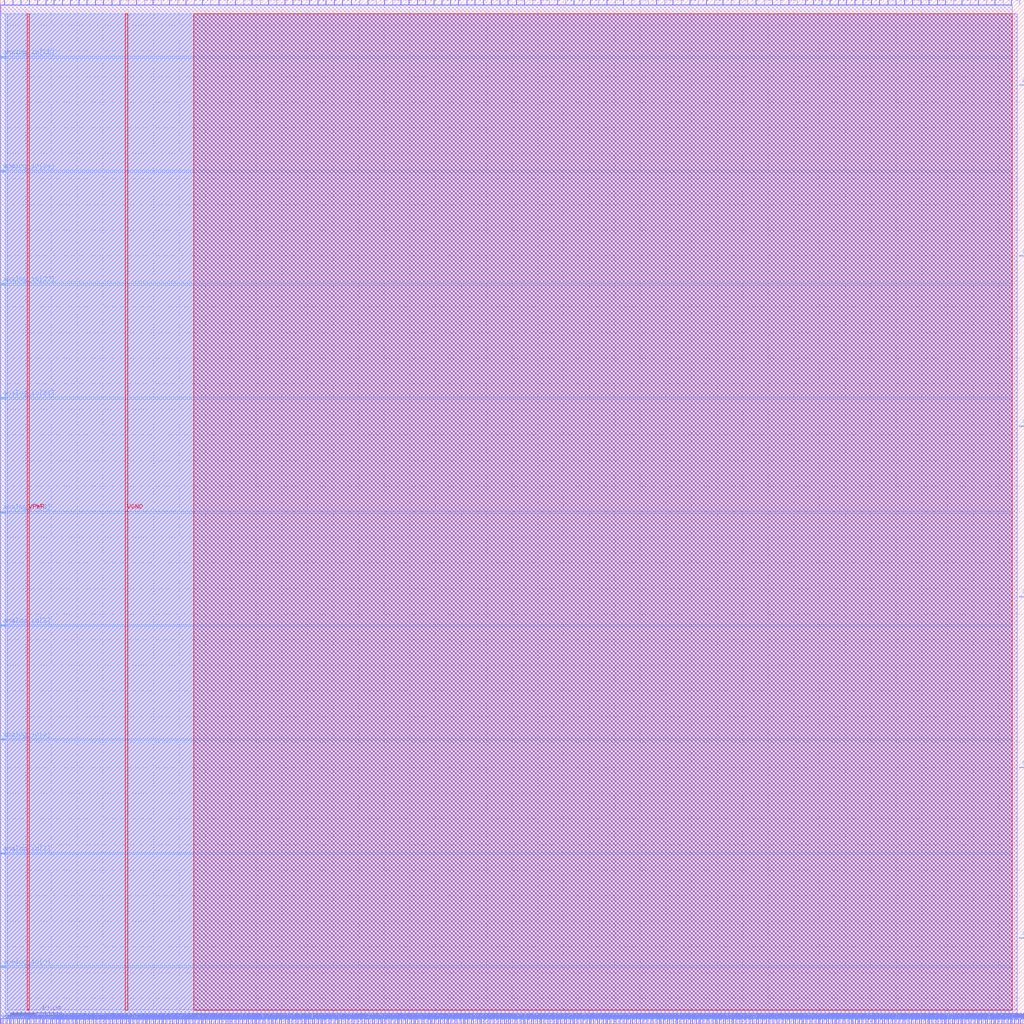
<source format=lef>
VERSION 5.7 ;
  NOWIREEXTENSIONATPIN ON ;
  DIVIDERCHAR "/" ;
  BUSBITCHARS "[]" ;
MACRO top_astria
  CLASS BLOCK ;
  FOREIGN top_astria ;
  ORIGIN 0.000 0.000 ;
  SIZE 800.000 BY 800.000 ;
  PIN analog_io[0]
    DIRECTION INOUT ;
    PORT
      LAYER met3 ;
        RECT 0.000 44.240 4.000 44.840 ;
    END
  END analog_io[0]
  PIN analog_io[10]
    DIRECTION INOUT ;
    PORT
      LAYER met3 ;
        RECT 796.000 333.240 800.000 333.840 ;
    END
  END analog_io[10]
  PIN analog_io[11]
    DIRECTION INOUT ;
    PORT
      LAYER met2 ;
        RECT 751.270 796.000 751.550 800.000 ;
    END
  END analog_io[11]
  PIN analog_io[12]
    DIRECTION INOUT ;
    PORT
      LAYER met2 ;
        RECT 757.710 796.000 757.990 800.000 ;
    END
  END analog_io[12]
  PIN analog_io[13]
    DIRECTION INOUT ;
    PORT
      LAYER met3 ;
        RECT 796.000 466.520 800.000 467.120 ;
    END
  END analog_io[13]
  PIN analog_io[14]
    DIRECTION INOUT ;
    PORT
      LAYER met2 ;
        RECT 792.210 0.000 792.490 4.000 ;
    END
  END analog_io[14]
  PIN analog_io[15]
    DIRECTION INOUT ;
    PORT
      LAYER met2 ;
        RECT 764.150 796.000 764.430 800.000 ;
    END
  END analog_io[15]
  PIN analog_io[16]
    DIRECTION INOUT ;
    PORT
      LAYER met2 ;
        RECT 793.590 0.000 793.870 4.000 ;
    END
  END analog_io[16]
  PIN analog_io[17]
    DIRECTION INOUT ;
    PORT
      LAYER met2 ;
        RECT 795.430 0.000 795.710 4.000 ;
    END
  END analog_io[17]
  PIN analog_io[18]
    DIRECTION INOUT ;
    PORT
      LAYER met2 ;
        RECT 796.810 0.000 797.090 4.000 ;
    END
  END analog_io[18]
  PIN analog_io[19]
    DIRECTION INOUT ;
    PORT
      LAYER met3 ;
        RECT 796.000 599.800 800.000 600.400 ;
    END
  END analog_io[19]
  PIN analog_io[1]
    DIRECTION INOUT ;
    PORT
      LAYER met3 ;
        RECT 0.000 132.640 4.000 133.240 ;
    END
  END analog_io[1]
  PIN analog_io[20]
    DIRECTION INOUT ;
    PORT
      LAYER met2 ;
        RECT 770.590 796.000 770.870 800.000 ;
    END
  END analog_io[20]
  PIN analog_io[21]
    DIRECTION INOUT ;
    PORT
      LAYER met3 ;
        RECT 0.000 488.280 4.000 488.880 ;
    END
  END analog_io[21]
  PIN analog_io[22]
    DIRECTION INOUT ;
    PORT
      LAYER met3 ;
        RECT 0.000 577.360 4.000 577.960 ;
    END
  END analog_io[22]
  PIN analog_io[23]
    DIRECTION INOUT ;
    PORT
      LAYER met3 ;
        RECT 796.000 733.080 800.000 733.680 ;
    END
  END analog_io[23]
  PIN analog_io[24]
    DIRECTION INOUT ;
    PORT
      LAYER met3 ;
        RECT 0.000 665.760 4.000 666.360 ;
    END
  END analog_io[24]
  PIN analog_io[25]
    DIRECTION INOUT ;
    PORT
      LAYER met2 ;
        RECT 777.030 796.000 777.310 800.000 ;
    END
  END analog_io[25]
  PIN analog_io[26]
    DIRECTION INOUT ;
    PORT
      LAYER met2 ;
        RECT 783.470 796.000 783.750 800.000 ;
    END
  END analog_io[26]
  PIN analog_io[27]
    DIRECTION INOUT ;
    PORT
      LAYER met2 ;
        RECT 789.910 796.000 790.190 800.000 ;
    END
  END analog_io[27]
  PIN analog_io[28]
    DIRECTION INOUT ;
    PORT
      LAYER met3 ;
        RECT 0.000 754.840 4.000 755.440 ;
    END
  END analog_io[28]
  PIN analog_io[29]
    DIRECTION INOUT ;
    PORT
      LAYER met2 ;
        RECT 798.650 0.000 798.930 4.000 ;
    END
  END analog_io[29]
  PIN analog_io[2]
    DIRECTION INOUT ;
    PORT
      LAYER met3 ;
        RECT 0.000 221.720 4.000 222.320 ;
    END
  END analog_io[2]
  PIN analog_io[30]
    DIRECTION INOUT ;
    PORT
      LAYER met2 ;
        RECT 796.350 796.000 796.630 800.000 ;
    END
  END analog_io[30]
  PIN analog_io[3]
    DIRECTION INOUT ;
    PORT
      LAYER met3 ;
        RECT 0.000 310.800 4.000 311.400 ;
    END
  END analog_io[3]
  PIN analog_io[4]
    DIRECTION INOUT ;
    PORT
      LAYER met3 ;
        RECT 796.000 66.680 800.000 67.280 ;
    END
  END analog_io[4]
  PIN analog_io[5]
    DIRECTION INOUT ;
    PORT
      LAYER met3 ;
        RECT 796.000 199.960 800.000 200.560 ;
    END
  END analog_io[5]
  PIN analog_io[6]
    DIRECTION INOUT ;
    PORT
      LAYER met2 ;
        RECT 738.390 796.000 738.670 800.000 ;
    END
  END analog_io[6]
  PIN analog_io[7]
    DIRECTION INOUT ;
    PORT
      LAYER met2 ;
        RECT 744.830 796.000 745.110 800.000 ;
    END
  END analog_io[7]
  PIN analog_io[8]
    DIRECTION INOUT ;
    PORT
      LAYER met3 ;
        RECT 0.000 399.200 4.000 399.800 ;
    END
  END analog_io[8]
  PIN analog_io[9]
    DIRECTION INOUT ;
    PORT
      LAYER met2 ;
        RECT 790.370 0.000 790.650 4.000 ;
    END
  END analog_io[9]
  PIN io_in[0]
    DIRECTION INPUT ;
    PORT
      LAYER met2 ;
        RECT 3.310 796.000 3.590 800.000 ;
    END
  END io_in[0]
  PIN io_in[10]
    DIRECTION INPUT ;
    PORT
      LAYER met2 ;
        RECT 196.510 796.000 196.790 800.000 ;
    END
  END io_in[10]
  PIN io_in[11]
    DIRECTION INPUT ;
    PORT
      LAYER met2 ;
        RECT 215.830 796.000 216.110 800.000 ;
    END
  END io_in[11]
  PIN io_in[12]
    DIRECTION INPUT ;
    PORT
      LAYER met2 ;
        RECT 235.150 796.000 235.430 800.000 ;
    END
  END io_in[12]
  PIN io_in[13]
    DIRECTION INPUT ;
    PORT
      LAYER met2 ;
        RECT 254.470 796.000 254.750 800.000 ;
    END
  END io_in[13]
  PIN io_in[14]
    DIRECTION INPUT ;
    PORT
      LAYER met2 ;
        RECT 274.250 796.000 274.530 800.000 ;
    END
  END io_in[14]
  PIN io_in[15]
    DIRECTION INPUT ;
    PORT
      LAYER met2 ;
        RECT 293.570 796.000 293.850 800.000 ;
    END
  END io_in[15]
  PIN io_in[16]
    DIRECTION INPUT ;
    PORT
      LAYER met2 ;
        RECT 312.890 796.000 313.170 800.000 ;
    END
  END io_in[16]
  PIN io_in[17]
    DIRECTION INPUT ;
    PORT
      LAYER met2 ;
        RECT 332.210 796.000 332.490 800.000 ;
    END
  END io_in[17]
  PIN io_in[18]
    DIRECTION INPUT ;
    PORT
      LAYER met2 ;
        RECT 351.530 796.000 351.810 800.000 ;
    END
  END io_in[18]
  PIN io_in[19]
    DIRECTION INPUT ;
    PORT
      LAYER met2 ;
        RECT 370.850 796.000 371.130 800.000 ;
    END
  END io_in[19]
  PIN io_in[1]
    DIRECTION INPUT ;
    PORT
      LAYER met2 ;
        RECT 22.630 796.000 22.910 800.000 ;
    END
  END io_in[1]
  PIN io_in[20]
    DIRECTION INPUT ;
    PORT
      LAYER met2 ;
        RECT 390.170 796.000 390.450 800.000 ;
    END
  END io_in[20]
  PIN io_in[21]
    DIRECTION INPUT ;
    PORT
      LAYER met2 ;
        RECT 409.490 796.000 409.770 800.000 ;
    END
  END io_in[21]
  PIN io_in[22]
    DIRECTION INPUT ;
    PORT
      LAYER met2 ;
        RECT 428.810 796.000 429.090 800.000 ;
    END
  END io_in[22]
  PIN io_in[23]
    DIRECTION INPUT ;
    PORT
      LAYER met2 ;
        RECT 448.130 796.000 448.410 800.000 ;
    END
  END io_in[23]
  PIN io_in[24]
    DIRECTION INPUT ;
    PORT
      LAYER met2 ;
        RECT 467.450 796.000 467.730 800.000 ;
    END
  END io_in[24]
  PIN io_in[25]
    DIRECTION INPUT ;
    PORT
      LAYER met2 ;
        RECT 486.770 796.000 487.050 800.000 ;
    END
  END io_in[25]
  PIN io_in[26]
    DIRECTION INPUT ;
    PORT
      LAYER met2 ;
        RECT 506.090 796.000 506.370 800.000 ;
    END
  END io_in[26]
  PIN io_in[27]
    DIRECTION INPUT ;
    PORT
      LAYER met2 ;
        RECT 525.410 796.000 525.690 800.000 ;
    END
  END io_in[27]
  PIN io_in[28]
    DIRECTION INPUT ;
    PORT
      LAYER met2 ;
        RECT 545.190 796.000 545.470 800.000 ;
    END
  END io_in[28]
  PIN io_in[29]
    DIRECTION INPUT ;
    PORT
      LAYER met2 ;
        RECT 564.510 796.000 564.790 800.000 ;
    END
  END io_in[29]
  PIN io_in[2]
    DIRECTION INPUT ;
    PORT
      LAYER met2 ;
        RECT 41.950 796.000 42.230 800.000 ;
    END
  END io_in[2]
  PIN io_in[30]
    DIRECTION INPUT ;
    PORT
      LAYER met2 ;
        RECT 583.830 796.000 584.110 800.000 ;
    END
  END io_in[30]
  PIN io_in[31]
    DIRECTION INPUT ;
    PORT
      LAYER met2 ;
        RECT 603.150 796.000 603.430 800.000 ;
    END
  END io_in[31]
  PIN io_in[32]
    DIRECTION INPUT ;
    PORT
      LAYER met2 ;
        RECT 622.470 796.000 622.750 800.000 ;
    END
  END io_in[32]
  PIN io_in[33]
    DIRECTION INPUT ;
    PORT
      LAYER met2 ;
        RECT 641.790 796.000 642.070 800.000 ;
    END
  END io_in[33]
  PIN io_in[34]
    DIRECTION INPUT ;
    PORT
      LAYER met2 ;
        RECT 661.110 796.000 661.390 800.000 ;
    END
  END io_in[34]
  PIN io_in[35]
    DIRECTION INPUT ;
    PORT
      LAYER met2 ;
        RECT 680.430 796.000 680.710 800.000 ;
    END
  END io_in[35]
  PIN io_in[36]
    DIRECTION INPUT ;
    PORT
      LAYER met2 ;
        RECT 699.750 796.000 700.030 800.000 ;
    END
  END io_in[36]
  PIN io_in[37]
    DIRECTION INPUT ;
    PORT
      LAYER met2 ;
        RECT 719.070 796.000 719.350 800.000 ;
    END
  END io_in[37]
  PIN io_in[3]
    DIRECTION INPUT ;
    PORT
      LAYER met2 ;
        RECT 61.270 796.000 61.550 800.000 ;
    END
  END io_in[3]
  PIN io_in[4]
    DIRECTION INPUT ;
    PORT
      LAYER met2 ;
        RECT 80.590 796.000 80.870 800.000 ;
    END
  END io_in[4]
  PIN io_in[5]
    DIRECTION INPUT ;
    PORT
      LAYER met2 ;
        RECT 99.910 796.000 100.190 800.000 ;
    END
  END io_in[5]
  PIN io_in[6]
    DIRECTION INPUT ;
    PORT
      LAYER met2 ;
        RECT 119.230 796.000 119.510 800.000 ;
    END
  END io_in[6]
  PIN io_in[7]
    DIRECTION INPUT ;
    PORT
      LAYER met2 ;
        RECT 138.550 796.000 138.830 800.000 ;
    END
  END io_in[7]
  PIN io_in[8]
    DIRECTION INPUT ;
    PORT
      LAYER met2 ;
        RECT 157.870 796.000 158.150 800.000 ;
    END
  END io_in[8]
  PIN io_in[9]
    DIRECTION INPUT ;
    PORT
      LAYER met2 ;
        RECT 177.190 796.000 177.470 800.000 ;
    END
  END io_in[9]
  PIN io_oeb[0]
    DIRECTION OUTPUT TRISTATE ;
    PORT
      LAYER met2 ;
        RECT 9.750 796.000 10.030 800.000 ;
    END
  END io_oeb[0]
  PIN io_oeb[10]
    DIRECTION OUTPUT TRISTATE ;
    PORT
      LAYER met2 ;
        RECT 202.950 796.000 203.230 800.000 ;
    END
  END io_oeb[10]
  PIN io_oeb[11]
    DIRECTION OUTPUT TRISTATE ;
    PORT
      LAYER met2 ;
        RECT 222.270 796.000 222.550 800.000 ;
    END
  END io_oeb[11]
  PIN io_oeb[12]
    DIRECTION OUTPUT TRISTATE ;
    PORT
      LAYER met2 ;
        RECT 241.590 796.000 241.870 800.000 ;
    END
  END io_oeb[12]
  PIN io_oeb[13]
    DIRECTION OUTPUT TRISTATE ;
    PORT
      LAYER met2 ;
        RECT 260.910 796.000 261.190 800.000 ;
    END
  END io_oeb[13]
  PIN io_oeb[14]
    DIRECTION OUTPUT TRISTATE ;
    PORT
      LAYER met2 ;
        RECT 280.690 796.000 280.970 800.000 ;
    END
  END io_oeb[14]
  PIN io_oeb[15]
    DIRECTION OUTPUT TRISTATE ;
    PORT
      LAYER met2 ;
        RECT 300.010 796.000 300.290 800.000 ;
    END
  END io_oeb[15]
  PIN io_oeb[16]
    DIRECTION OUTPUT TRISTATE ;
    PORT
      LAYER met2 ;
        RECT 319.330 796.000 319.610 800.000 ;
    END
  END io_oeb[16]
  PIN io_oeb[17]
    DIRECTION OUTPUT TRISTATE ;
    PORT
      LAYER met2 ;
        RECT 338.650 796.000 338.930 800.000 ;
    END
  END io_oeb[17]
  PIN io_oeb[18]
    DIRECTION OUTPUT TRISTATE ;
    PORT
      LAYER met2 ;
        RECT 357.970 796.000 358.250 800.000 ;
    END
  END io_oeb[18]
  PIN io_oeb[19]
    DIRECTION OUTPUT TRISTATE ;
    PORT
      LAYER met2 ;
        RECT 377.290 796.000 377.570 800.000 ;
    END
  END io_oeb[19]
  PIN io_oeb[1]
    DIRECTION OUTPUT TRISTATE ;
    PORT
      LAYER met2 ;
        RECT 29.070 796.000 29.350 800.000 ;
    END
  END io_oeb[1]
  PIN io_oeb[20]
    DIRECTION OUTPUT TRISTATE ;
    PORT
      LAYER met2 ;
        RECT 396.610 796.000 396.890 800.000 ;
    END
  END io_oeb[20]
  PIN io_oeb[21]
    DIRECTION OUTPUT TRISTATE ;
    PORT
      LAYER met2 ;
        RECT 415.930 796.000 416.210 800.000 ;
    END
  END io_oeb[21]
  PIN io_oeb[22]
    DIRECTION OUTPUT TRISTATE ;
    PORT
      LAYER met2 ;
        RECT 435.250 796.000 435.530 800.000 ;
    END
  END io_oeb[22]
  PIN io_oeb[23]
    DIRECTION OUTPUT TRISTATE ;
    PORT
      LAYER met2 ;
        RECT 454.570 796.000 454.850 800.000 ;
    END
  END io_oeb[23]
  PIN io_oeb[24]
    DIRECTION OUTPUT TRISTATE ;
    PORT
      LAYER met2 ;
        RECT 473.890 796.000 474.170 800.000 ;
    END
  END io_oeb[24]
  PIN io_oeb[25]
    DIRECTION OUTPUT TRISTATE ;
    PORT
      LAYER met2 ;
        RECT 493.210 796.000 493.490 800.000 ;
    END
  END io_oeb[25]
  PIN io_oeb[26]
    DIRECTION OUTPUT TRISTATE ;
    PORT
      LAYER met2 ;
        RECT 512.530 796.000 512.810 800.000 ;
    END
  END io_oeb[26]
  PIN io_oeb[27]
    DIRECTION OUTPUT TRISTATE ;
    PORT
      LAYER met2 ;
        RECT 531.850 796.000 532.130 800.000 ;
    END
  END io_oeb[27]
  PIN io_oeb[28]
    DIRECTION OUTPUT TRISTATE ;
    PORT
      LAYER met2 ;
        RECT 551.630 796.000 551.910 800.000 ;
    END
  END io_oeb[28]
  PIN io_oeb[29]
    DIRECTION OUTPUT TRISTATE ;
    PORT
      LAYER met2 ;
        RECT 570.950 796.000 571.230 800.000 ;
    END
  END io_oeb[29]
  PIN io_oeb[2]
    DIRECTION OUTPUT TRISTATE ;
    PORT
      LAYER met2 ;
        RECT 48.390 796.000 48.670 800.000 ;
    END
  END io_oeb[2]
  PIN io_oeb[30]
    DIRECTION OUTPUT TRISTATE ;
    PORT
      LAYER met2 ;
        RECT 590.270 796.000 590.550 800.000 ;
    END
  END io_oeb[30]
  PIN io_oeb[31]
    DIRECTION OUTPUT TRISTATE ;
    PORT
      LAYER met2 ;
        RECT 609.590 796.000 609.870 800.000 ;
    END
  END io_oeb[31]
  PIN io_oeb[32]
    DIRECTION OUTPUT TRISTATE ;
    PORT
      LAYER met2 ;
        RECT 628.910 796.000 629.190 800.000 ;
    END
  END io_oeb[32]
  PIN io_oeb[33]
    DIRECTION OUTPUT TRISTATE ;
    PORT
      LAYER met2 ;
        RECT 648.230 796.000 648.510 800.000 ;
    END
  END io_oeb[33]
  PIN io_oeb[34]
    DIRECTION OUTPUT TRISTATE ;
    PORT
      LAYER met2 ;
        RECT 667.550 796.000 667.830 800.000 ;
    END
  END io_oeb[34]
  PIN io_oeb[35]
    DIRECTION OUTPUT TRISTATE ;
    PORT
      LAYER met2 ;
        RECT 686.870 796.000 687.150 800.000 ;
    END
  END io_oeb[35]
  PIN io_oeb[36]
    DIRECTION OUTPUT TRISTATE ;
    PORT
      LAYER met2 ;
        RECT 706.190 796.000 706.470 800.000 ;
    END
  END io_oeb[36]
  PIN io_oeb[37]
    DIRECTION OUTPUT TRISTATE ;
    PORT
      LAYER met2 ;
        RECT 725.510 796.000 725.790 800.000 ;
    END
  END io_oeb[37]
  PIN io_oeb[3]
    DIRECTION OUTPUT TRISTATE ;
    PORT
      LAYER met2 ;
        RECT 67.710 796.000 67.990 800.000 ;
    END
  END io_oeb[3]
  PIN io_oeb[4]
    DIRECTION OUTPUT TRISTATE ;
    PORT
      LAYER met2 ;
        RECT 87.030 796.000 87.310 800.000 ;
    END
  END io_oeb[4]
  PIN io_oeb[5]
    DIRECTION OUTPUT TRISTATE ;
    PORT
      LAYER met2 ;
        RECT 106.350 796.000 106.630 800.000 ;
    END
  END io_oeb[5]
  PIN io_oeb[6]
    DIRECTION OUTPUT TRISTATE ;
    PORT
      LAYER met2 ;
        RECT 125.670 796.000 125.950 800.000 ;
    END
  END io_oeb[6]
  PIN io_oeb[7]
    DIRECTION OUTPUT TRISTATE ;
    PORT
      LAYER met2 ;
        RECT 144.990 796.000 145.270 800.000 ;
    END
  END io_oeb[7]
  PIN io_oeb[8]
    DIRECTION OUTPUT TRISTATE ;
    PORT
      LAYER met2 ;
        RECT 164.310 796.000 164.590 800.000 ;
    END
  END io_oeb[8]
  PIN io_oeb[9]
    DIRECTION OUTPUT TRISTATE ;
    PORT
      LAYER met2 ;
        RECT 183.630 796.000 183.910 800.000 ;
    END
  END io_oeb[9]
  PIN io_out[0]
    DIRECTION OUTPUT TRISTATE ;
    PORT
      LAYER met2 ;
        RECT 16.190 796.000 16.470 800.000 ;
    END
  END io_out[0]
  PIN io_out[10]
    DIRECTION OUTPUT TRISTATE ;
    PORT
      LAYER met2 ;
        RECT 209.390 796.000 209.670 800.000 ;
    END
  END io_out[10]
  PIN io_out[11]
    DIRECTION OUTPUT TRISTATE ;
    PORT
      LAYER met2 ;
        RECT 228.710 796.000 228.990 800.000 ;
    END
  END io_out[11]
  PIN io_out[12]
    DIRECTION OUTPUT TRISTATE ;
    PORT
      LAYER met2 ;
        RECT 248.030 796.000 248.310 800.000 ;
    END
  END io_out[12]
  PIN io_out[13]
    DIRECTION OUTPUT TRISTATE ;
    PORT
      LAYER met2 ;
        RECT 267.350 796.000 267.630 800.000 ;
    END
  END io_out[13]
  PIN io_out[14]
    DIRECTION OUTPUT TRISTATE ;
    PORT
      LAYER met2 ;
        RECT 287.130 796.000 287.410 800.000 ;
    END
  END io_out[14]
  PIN io_out[15]
    DIRECTION OUTPUT TRISTATE ;
    PORT
      LAYER met2 ;
        RECT 306.450 796.000 306.730 800.000 ;
    END
  END io_out[15]
  PIN io_out[16]
    DIRECTION OUTPUT TRISTATE ;
    PORT
      LAYER met2 ;
        RECT 325.770 796.000 326.050 800.000 ;
    END
  END io_out[16]
  PIN io_out[17]
    DIRECTION OUTPUT TRISTATE ;
    PORT
      LAYER met2 ;
        RECT 345.090 796.000 345.370 800.000 ;
    END
  END io_out[17]
  PIN io_out[18]
    DIRECTION OUTPUT TRISTATE ;
    PORT
      LAYER met2 ;
        RECT 364.410 796.000 364.690 800.000 ;
    END
  END io_out[18]
  PIN io_out[19]
    DIRECTION OUTPUT TRISTATE ;
    PORT
      LAYER met2 ;
        RECT 383.730 796.000 384.010 800.000 ;
    END
  END io_out[19]
  PIN io_out[1]
    DIRECTION OUTPUT TRISTATE ;
    PORT
      LAYER met2 ;
        RECT 35.510 796.000 35.790 800.000 ;
    END
  END io_out[1]
  PIN io_out[20]
    DIRECTION OUTPUT TRISTATE ;
    PORT
      LAYER met2 ;
        RECT 403.050 796.000 403.330 800.000 ;
    END
  END io_out[20]
  PIN io_out[21]
    DIRECTION OUTPUT TRISTATE ;
    PORT
      LAYER met2 ;
        RECT 422.370 796.000 422.650 800.000 ;
    END
  END io_out[21]
  PIN io_out[22]
    DIRECTION OUTPUT TRISTATE ;
    PORT
      LAYER met2 ;
        RECT 441.690 796.000 441.970 800.000 ;
    END
  END io_out[22]
  PIN io_out[23]
    DIRECTION OUTPUT TRISTATE ;
    PORT
      LAYER met2 ;
        RECT 461.010 796.000 461.290 800.000 ;
    END
  END io_out[23]
  PIN io_out[24]
    DIRECTION OUTPUT TRISTATE ;
    PORT
      LAYER met2 ;
        RECT 480.330 796.000 480.610 800.000 ;
    END
  END io_out[24]
  PIN io_out[25]
    DIRECTION OUTPUT TRISTATE ;
    PORT
      LAYER met2 ;
        RECT 499.650 796.000 499.930 800.000 ;
    END
  END io_out[25]
  PIN io_out[26]
    DIRECTION OUTPUT TRISTATE ;
    PORT
      LAYER met2 ;
        RECT 518.970 796.000 519.250 800.000 ;
    END
  END io_out[26]
  PIN io_out[27]
    DIRECTION OUTPUT TRISTATE ;
    PORT
      LAYER met2 ;
        RECT 538.750 796.000 539.030 800.000 ;
    END
  END io_out[27]
  PIN io_out[28]
    DIRECTION OUTPUT TRISTATE ;
    PORT
      LAYER met2 ;
        RECT 558.070 796.000 558.350 800.000 ;
    END
  END io_out[28]
  PIN io_out[29]
    DIRECTION OUTPUT TRISTATE ;
    PORT
      LAYER met2 ;
        RECT 577.390 796.000 577.670 800.000 ;
    END
  END io_out[29]
  PIN io_out[2]
    DIRECTION OUTPUT TRISTATE ;
    PORT
      LAYER met2 ;
        RECT 54.830 796.000 55.110 800.000 ;
    END
  END io_out[2]
  PIN io_out[30]
    DIRECTION OUTPUT TRISTATE ;
    PORT
      LAYER met2 ;
        RECT 596.710 796.000 596.990 800.000 ;
    END
  END io_out[30]
  PIN io_out[31]
    DIRECTION OUTPUT TRISTATE ;
    PORT
      LAYER met2 ;
        RECT 616.030 796.000 616.310 800.000 ;
    END
  END io_out[31]
  PIN io_out[32]
    DIRECTION OUTPUT TRISTATE ;
    PORT
      LAYER met2 ;
        RECT 635.350 796.000 635.630 800.000 ;
    END
  END io_out[32]
  PIN io_out[33]
    DIRECTION OUTPUT TRISTATE ;
    PORT
      LAYER met2 ;
        RECT 654.670 796.000 654.950 800.000 ;
    END
  END io_out[33]
  PIN io_out[34]
    DIRECTION OUTPUT TRISTATE ;
    PORT
      LAYER met2 ;
        RECT 673.990 796.000 674.270 800.000 ;
    END
  END io_out[34]
  PIN io_out[35]
    DIRECTION OUTPUT TRISTATE ;
    PORT
      LAYER met2 ;
        RECT 693.310 796.000 693.590 800.000 ;
    END
  END io_out[35]
  PIN io_out[36]
    DIRECTION OUTPUT TRISTATE ;
    PORT
      LAYER met2 ;
        RECT 712.630 796.000 712.910 800.000 ;
    END
  END io_out[36]
  PIN io_out[37]
    DIRECTION OUTPUT TRISTATE ;
    PORT
      LAYER met2 ;
        RECT 731.950 796.000 732.230 800.000 ;
    END
  END io_out[37]
  PIN io_out[3]
    DIRECTION OUTPUT TRISTATE ;
    PORT
      LAYER met2 ;
        RECT 74.150 796.000 74.430 800.000 ;
    END
  END io_out[3]
  PIN io_out[4]
    DIRECTION OUTPUT TRISTATE ;
    PORT
      LAYER met2 ;
        RECT 93.470 796.000 93.750 800.000 ;
    END
  END io_out[4]
  PIN io_out[5]
    DIRECTION OUTPUT TRISTATE ;
    PORT
      LAYER met2 ;
        RECT 112.790 796.000 113.070 800.000 ;
    END
  END io_out[5]
  PIN io_out[6]
    DIRECTION OUTPUT TRISTATE ;
    PORT
      LAYER met2 ;
        RECT 132.110 796.000 132.390 800.000 ;
    END
  END io_out[6]
  PIN io_out[7]
    DIRECTION OUTPUT TRISTATE ;
    PORT
      LAYER met2 ;
        RECT 151.430 796.000 151.710 800.000 ;
    END
  END io_out[7]
  PIN io_out[8]
    DIRECTION OUTPUT TRISTATE ;
    PORT
      LAYER met2 ;
        RECT 170.750 796.000 171.030 800.000 ;
    END
  END io_out[8]
  PIN io_out[9]
    DIRECTION OUTPUT TRISTATE ;
    PORT
      LAYER met2 ;
        RECT 190.070 796.000 190.350 800.000 ;
    END
  END io_out[9]
  PIN la_data_in[0]
    DIRECTION INPUT ;
    PORT
      LAYER met2 ;
        RECT 171.210 0.000 171.490 4.000 ;
    END
  END la_data_in[0]
  PIN la_data_in[100]
    DIRECTION INPUT ;
    PORT
      LAYER met2 ;
        RECT 655.130 0.000 655.410 4.000 ;
    END
  END la_data_in[100]
  PIN la_data_in[101]
    DIRECTION INPUT ;
    PORT
      LAYER met2 ;
        RECT 659.730 0.000 660.010 4.000 ;
    END
  END la_data_in[101]
  PIN la_data_in[102]
    DIRECTION INPUT ;
    PORT
      LAYER met2 ;
        RECT 664.790 0.000 665.070 4.000 ;
    END
  END la_data_in[102]
  PIN la_data_in[103]
    DIRECTION INPUT ;
    PORT
      LAYER met2 ;
        RECT 669.850 0.000 670.130 4.000 ;
    END
  END la_data_in[103]
  PIN la_data_in[104]
    DIRECTION INPUT ;
    PORT
      LAYER met2 ;
        RECT 674.450 0.000 674.730 4.000 ;
    END
  END la_data_in[104]
  PIN la_data_in[105]
    DIRECTION INPUT ;
    PORT
      LAYER met2 ;
        RECT 679.510 0.000 679.790 4.000 ;
    END
  END la_data_in[105]
  PIN la_data_in[106]
    DIRECTION INPUT ;
    PORT
      LAYER met2 ;
        RECT 684.110 0.000 684.390 4.000 ;
    END
  END la_data_in[106]
  PIN la_data_in[107]
    DIRECTION INPUT ;
    PORT
      LAYER met2 ;
        RECT 689.170 0.000 689.450 4.000 ;
    END
  END la_data_in[107]
  PIN la_data_in[108]
    DIRECTION INPUT ;
    PORT
      LAYER met2 ;
        RECT 693.770 0.000 694.050 4.000 ;
    END
  END la_data_in[108]
  PIN la_data_in[109]
    DIRECTION INPUT ;
    PORT
      LAYER met2 ;
        RECT 698.830 0.000 699.110 4.000 ;
    END
  END la_data_in[109]
  PIN la_data_in[10]
    DIRECTION INPUT ;
    PORT
      LAYER met2 ;
        RECT 219.510 0.000 219.790 4.000 ;
    END
  END la_data_in[10]
  PIN la_data_in[110]
    DIRECTION INPUT ;
    PORT
      LAYER met2 ;
        RECT 703.430 0.000 703.710 4.000 ;
    END
  END la_data_in[110]
  PIN la_data_in[111]
    DIRECTION INPUT ;
    PORT
      LAYER met2 ;
        RECT 708.490 0.000 708.770 4.000 ;
    END
  END la_data_in[111]
  PIN la_data_in[112]
    DIRECTION INPUT ;
    PORT
      LAYER met2 ;
        RECT 713.090 0.000 713.370 4.000 ;
    END
  END la_data_in[112]
  PIN la_data_in[113]
    DIRECTION INPUT ;
    PORT
      LAYER met2 ;
        RECT 718.150 0.000 718.430 4.000 ;
    END
  END la_data_in[113]
  PIN la_data_in[114]
    DIRECTION INPUT ;
    PORT
      LAYER met2 ;
        RECT 722.750 0.000 723.030 4.000 ;
    END
  END la_data_in[114]
  PIN la_data_in[115]
    DIRECTION INPUT ;
    PORT
      LAYER met2 ;
        RECT 727.810 0.000 728.090 4.000 ;
    END
  END la_data_in[115]
  PIN la_data_in[116]
    DIRECTION INPUT ;
    PORT
      LAYER met2 ;
        RECT 732.410 0.000 732.690 4.000 ;
    END
  END la_data_in[116]
  PIN la_data_in[117]
    DIRECTION INPUT ;
    PORT
      LAYER met2 ;
        RECT 737.470 0.000 737.750 4.000 ;
    END
  END la_data_in[117]
  PIN la_data_in[118]
    DIRECTION INPUT ;
    PORT
      LAYER met2 ;
        RECT 742.070 0.000 742.350 4.000 ;
    END
  END la_data_in[118]
  PIN la_data_in[119]
    DIRECTION INPUT ;
    PORT
      LAYER met2 ;
        RECT 747.130 0.000 747.410 4.000 ;
    END
  END la_data_in[119]
  PIN la_data_in[11]
    DIRECTION INPUT ;
    PORT
      LAYER met2 ;
        RECT 224.570 0.000 224.850 4.000 ;
    END
  END la_data_in[11]
  PIN la_data_in[120]
    DIRECTION INPUT ;
    PORT
      LAYER met2 ;
        RECT 751.730 0.000 752.010 4.000 ;
    END
  END la_data_in[120]
  PIN la_data_in[121]
    DIRECTION INPUT ;
    PORT
      LAYER met2 ;
        RECT 756.790 0.000 757.070 4.000 ;
    END
  END la_data_in[121]
  PIN la_data_in[122]
    DIRECTION INPUT ;
    PORT
      LAYER met2 ;
        RECT 761.390 0.000 761.670 4.000 ;
    END
  END la_data_in[122]
  PIN la_data_in[123]
    DIRECTION INPUT ;
    PORT
      LAYER met2 ;
        RECT 766.450 0.000 766.730 4.000 ;
    END
  END la_data_in[123]
  PIN la_data_in[124]
    DIRECTION INPUT ;
    PORT
      LAYER met2 ;
        RECT 771.050 0.000 771.330 4.000 ;
    END
  END la_data_in[124]
  PIN la_data_in[125]
    DIRECTION INPUT ;
    PORT
      LAYER met2 ;
        RECT 776.110 0.000 776.390 4.000 ;
    END
  END la_data_in[125]
  PIN la_data_in[126]
    DIRECTION INPUT ;
    PORT
      LAYER met2 ;
        RECT 780.710 0.000 780.990 4.000 ;
    END
  END la_data_in[126]
  PIN la_data_in[127]
    DIRECTION INPUT ;
    PORT
      LAYER met2 ;
        RECT 785.770 0.000 786.050 4.000 ;
    END
  END la_data_in[127]
  PIN la_data_in[12]
    DIRECTION INPUT ;
    PORT
      LAYER met2 ;
        RECT 229.170 0.000 229.450 4.000 ;
    END
  END la_data_in[12]
  PIN la_data_in[13]
    DIRECTION INPUT ;
    PORT
      LAYER met2 ;
        RECT 234.230 0.000 234.510 4.000 ;
    END
  END la_data_in[13]
  PIN la_data_in[14]
    DIRECTION INPUT ;
    PORT
      LAYER met2 ;
        RECT 238.830 0.000 239.110 4.000 ;
    END
  END la_data_in[14]
  PIN la_data_in[15]
    DIRECTION INPUT ;
    PORT
      LAYER met2 ;
        RECT 243.890 0.000 244.170 4.000 ;
    END
  END la_data_in[15]
  PIN la_data_in[16]
    DIRECTION INPUT ;
    PORT
      LAYER met2 ;
        RECT 248.490 0.000 248.770 4.000 ;
    END
  END la_data_in[16]
  PIN la_data_in[17]
    DIRECTION INPUT ;
    PORT
      LAYER met2 ;
        RECT 253.550 0.000 253.830 4.000 ;
    END
  END la_data_in[17]
  PIN la_data_in[18]
    DIRECTION INPUT ;
    PORT
      LAYER met2 ;
        RECT 258.150 0.000 258.430 4.000 ;
    END
  END la_data_in[18]
  PIN la_data_in[19]
    DIRECTION INPUT ;
    PORT
      LAYER met2 ;
        RECT 263.210 0.000 263.490 4.000 ;
    END
  END la_data_in[19]
  PIN la_data_in[1]
    DIRECTION INPUT ;
    PORT
      LAYER met2 ;
        RECT 176.270 0.000 176.550 4.000 ;
    END
  END la_data_in[1]
  PIN la_data_in[20]
    DIRECTION INPUT ;
    PORT
      LAYER met2 ;
        RECT 268.270 0.000 268.550 4.000 ;
    END
  END la_data_in[20]
  PIN la_data_in[21]
    DIRECTION INPUT ;
    PORT
      LAYER met2 ;
        RECT 272.870 0.000 273.150 4.000 ;
    END
  END la_data_in[21]
  PIN la_data_in[22]
    DIRECTION INPUT ;
    PORT
      LAYER met2 ;
        RECT 277.930 0.000 278.210 4.000 ;
    END
  END la_data_in[22]
  PIN la_data_in[23]
    DIRECTION INPUT ;
    PORT
      LAYER met2 ;
        RECT 282.530 0.000 282.810 4.000 ;
    END
  END la_data_in[23]
  PIN la_data_in[24]
    DIRECTION INPUT ;
    PORT
      LAYER met2 ;
        RECT 287.590 0.000 287.870 4.000 ;
    END
  END la_data_in[24]
  PIN la_data_in[25]
    DIRECTION INPUT ;
    PORT
      LAYER met2 ;
        RECT 292.190 0.000 292.470 4.000 ;
    END
  END la_data_in[25]
  PIN la_data_in[26]
    DIRECTION INPUT ;
    PORT
      LAYER met2 ;
        RECT 297.250 0.000 297.530 4.000 ;
    END
  END la_data_in[26]
  PIN la_data_in[27]
    DIRECTION INPUT ;
    PORT
      LAYER met2 ;
        RECT 301.850 0.000 302.130 4.000 ;
    END
  END la_data_in[27]
  PIN la_data_in[28]
    DIRECTION INPUT ;
    PORT
      LAYER met2 ;
        RECT 306.910 0.000 307.190 4.000 ;
    END
  END la_data_in[28]
  PIN la_data_in[29]
    DIRECTION INPUT ;
    PORT
      LAYER met2 ;
        RECT 311.510 0.000 311.790 4.000 ;
    END
  END la_data_in[29]
  PIN la_data_in[2]
    DIRECTION INPUT ;
    PORT
      LAYER met2 ;
        RECT 180.870 0.000 181.150 4.000 ;
    END
  END la_data_in[2]
  PIN la_data_in[30]
    DIRECTION INPUT ;
    PORT
      LAYER met2 ;
        RECT 316.570 0.000 316.850 4.000 ;
    END
  END la_data_in[30]
  PIN la_data_in[31]
    DIRECTION INPUT ;
    PORT
      LAYER met2 ;
        RECT 321.170 0.000 321.450 4.000 ;
    END
  END la_data_in[31]
  PIN la_data_in[32]
    DIRECTION INPUT ;
    PORT
      LAYER met2 ;
        RECT 326.230 0.000 326.510 4.000 ;
    END
  END la_data_in[32]
  PIN la_data_in[33]
    DIRECTION INPUT ;
    PORT
      LAYER met2 ;
        RECT 330.830 0.000 331.110 4.000 ;
    END
  END la_data_in[33]
  PIN la_data_in[34]
    DIRECTION INPUT ;
    PORT
      LAYER met2 ;
        RECT 335.890 0.000 336.170 4.000 ;
    END
  END la_data_in[34]
  PIN la_data_in[35]
    DIRECTION INPUT ;
    PORT
      LAYER met2 ;
        RECT 340.490 0.000 340.770 4.000 ;
    END
  END la_data_in[35]
  PIN la_data_in[36]
    DIRECTION INPUT ;
    PORT
      LAYER met2 ;
        RECT 345.550 0.000 345.830 4.000 ;
    END
  END la_data_in[36]
  PIN la_data_in[37]
    DIRECTION INPUT ;
    PORT
      LAYER met2 ;
        RECT 350.150 0.000 350.430 4.000 ;
    END
  END la_data_in[37]
  PIN la_data_in[38]
    DIRECTION INPUT ;
    PORT
      LAYER met2 ;
        RECT 355.210 0.000 355.490 4.000 ;
    END
  END la_data_in[38]
  PIN la_data_in[39]
    DIRECTION INPUT ;
    PORT
      LAYER met2 ;
        RECT 359.810 0.000 360.090 4.000 ;
    END
  END la_data_in[39]
  PIN la_data_in[3]
    DIRECTION INPUT ;
    PORT
      LAYER met2 ;
        RECT 185.930 0.000 186.210 4.000 ;
    END
  END la_data_in[3]
  PIN la_data_in[40]
    DIRECTION INPUT ;
    PORT
      LAYER met2 ;
        RECT 364.870 0.000 365.150 4.000 ;
    END
  END la_data_in[40]
  PIN la_data_in[41]
    DIRECTION INPUT ;
    PORT
      LAYER met2 ;
        RECT 369.470 0.000 369.750 4.000 ;
    END
  END la_data_in[41]
  PIN la_data_in[42]
    DIRECTION INPUT ;
    PORT
      LAYER met2 ;
        RECT 374.530 0.000 374.810 4.000 ;
    END
  END la_data_in[42]
  PIN la_data_in[43]
    DIRECTION INPUT ;
    PORT
      LAYER met2 ;
        RECT 379.130 0.000 379.410 4.000 ;
    END
  END la_data_in[43]
  PIN la_data_in[44]
    DIRECTION INPUT ;
    PORT
      LAYER met2 ;
        RECT 384.190 0.000 384.470 4.000 ;
    END
  END la_data_in[44]
  PIN la_data_in[45]
    DIRECTION INPUT ;
    PORT
      LAYER met2 ;
        RECT 388.790 0.000 389.070 4.000 ;
    END
  END la_data_in[45]
  PIN la_data_in[46]
    DIRECTION INPUT ;
    PORT
      LAYER met2 ;
        RECT 393.850 0.000 394.130 4.000 ;
    END
  END la_data_in[46]
  PIN la_data_in[47]
    DIRECTION INPUT ;
    PORT
      LAYER met2 ;
        RECT 398.450 0.000 398.730 4.000 ;
    END
  END la_data_in[47]
  PIN la_data_in[48]
    DIRECTION INPUT ;
    PORT
      LAYER met2 ;
        RECT 403.510 0.000 403.790 4.000 ;
    END
  END la_data_in[48]
  PIN la_data_in[49]
    DIRECTION INPUT ;
    PORT
      LAYER met2 ;
        RECT 408.570 0.000 408.850 4.000 ;
    END
  END la_data_in[49]
  PIN la_data_in[4]
    DIRECTION INPUT ;
    PORT
      LAYER met2 ;
        RECT 190.530 0.000 190.810 4.000 ;
    END
  END la_data_in[4]
  PIN la_data_in[50]
    DIRECTION INPUT ;
    PORT
      LAYER met2 ;
        RECT 413.170 0.000 413.450 4.000 ;
    END
  END la_data_in[50]
  PIN la_data_in[51]
    DIRECTION INPUT ;
    PORT
      LAYER met2 ;
        RECT 418.230 0.000 418.510 4.000 ;
    END
  END la_data_in[51]
  PIN la_data_in[52]
    DIRECTION INPUT ;
    PORT
      LAYER met2 ;
        RECT 422.830 0.000 423.110 4.000 ;
    END
  END la_data_in[52]
  PIN la_data_in[53]
    DIRECTION INPUT ;
    PORT
      LAYER met2 ;
        RECT 427.890 0.000 428.170 4.000 ;
    END
  END la_data_in[53]
  PIN la_data_in[54]
    DIRECTION INPUT ;
    PORT
      LAYER met2 ;
        RECT 432.490 0.000 432.770 4.000 ;
    END
  END la_data_in[54]
  PIN la_data_in[55]
    DIRECTION INPUT ;
    PORT
      LAYER met2 ;
        RECT 437.550 0.000 437.830 4.000 ;
    END
  END la_data_in[55]
  PIN la_data_in[56]
    DIRECTION INPUT ;
    PORT
      LAYER met2 ;
        RECT 442.150 0.000 442.430 4.000 ;
    END
  END la_data_in[56]
  PIN la_data_in[57]
    DIRECTION INPUT ;
    PORT
      LAYER met2 ;
        RECT 447.210 0.000 447.490 4.000 ;
    END
  END la_data_in[57]
  PIN la_data_in[58]
    DIRECTION INPUT ;
    PORT
      LAYER met2 ;
        RECT 451.810 0.000 452.090 4.000 ;
    END
  END la_data_in[58]
  PIN la_data_in[59]
    DIRECTION INPUT ;
    PORT
      LAYER met2 ;
        RECT 456.870 0.000 457.150 4.000 ;
    END
  END la_data_in[59]
  PIN la_data_in[5]
    DIRECTION INPUT ;
    PORT
      LAYER met2 ;
        RECT 195.590 0.000 195.870 4.000 ;
    END
  END la_data_in[5]
  PIN la_data_in[60]
    DIRECTION INPUT ;
    PORT
      LAYER met2 ;
        RECT 461.470 0.000 461.750 4.000 ;
    END
  END la_data_in[60]
  PIN la_data_in[61]
    DIRECTION INPUT ;
    PORT
      LAYER met2 ;
        RECT 466.530 0.000 466.810 4.000 ;
    END
  END la_data_in[61]
  PIN la_data_in[62]
    DIRECTION INPUT ;
    PORT
      LAYER met2 ;
        RECT 471.130 0.000 471.410 4.000 ;
    END
  END la_data_in[62]
  PIN la_data_in[63]
    DIRECTION INPUT ;
    PORT
      LAYER met2 ;
        RECT 476.190 0.000 476.470 4.000 ;
    END
  END la_data_in[63]
  PIN la_data_in[64]
    DIRECTION INPUT ;
    PORT
      LAYER met2 ;
        RECT 480.790 0.000 481.070 4.000 ;
    END
  END la_data_in[64]
  PIN la_data_in[65]
    DIRECTION INPUT ;
    PORT
      LAYER met2 ;
        RECT 485.850 0.000 486.130 4.000 ;
    END
  END la_data_in[65]
  PIN la_data_in[66]
    DIRECTION INPUT ;
    PORT
      LAYER met2 ;
        RECT 490.450 0.000 490.730 4.000 ;
    END
  END la_data_in[66]
  PIN la_data_in[67]
    DIRECTION INPUT ;
    PORT
      LAYER met2 ;
        RECT 495.510 0.000 495.790 4.000 ;
    END
  END la_data_in[67]
  PIN la_data_in[68]
    DIRECTION INPUT ;
    PORT
      LAYER met2 ;
        RECT 500.110 0.000 500.390 4.000 ;
    END
  END la_data_in[68]
  PIN la_data_in[69]
    DIRECTION INPUT ;
    PORT
      LAYER met2 ;
        RECT 505.170 0.000 505.450 4.000 ;
    END
  END la_data_in[69]
  PIN la_data_in[6]
    DIRECTION INPUT ;
    PORT
      LAYER met2 ;
        RECT 200.190 0.000 200.470 4.000 ;
    END
  END la_data_in[6]
  PIN la_data_in[70]
    DIRECTION INPUT ;
    PORT
      LAYER met2 ;
        RECT 509.770 0.000 510.050 4.000 ;
    END
  END la_data_in[70]
  PIN la_data_in[71]
    DIRECTION INPUT ;
    PORT
      LAYER met2 ;
        RECT 514.830 0.000 515.110 4.000 ;
    END
  END la_data_in[71]
  PIN la_data_in[72]
    DIRECTION INPUT ;
    PORT
      LAYER met2 ;
        RECT 519.430 0.000 519.710 4.000 ;
    END
  END la_data_in[72]
  PIN la_data_in[73]
    DIRECTION INPUT ;
    PORT
      LAYER met2 ;
        RECT 524.490 0.000 524.770 4.000 ;
    END
  END la_data_in[73]
  PIN la_data_in[74]
    DIRECTION INPUT ;
    PORT
      LAYER met2 ;
        RECT 529.090 0.000 529.370 4.000 ;
    END
  END la_data_in[74]
  PIN la_data_in[75]
    DIRECTION INPUT ;
    PORT
      LAYER met2 ;
        RECT 534.150 0.000 534.430 4.000 ;
    END
  END la_data_in[75]
  PIN la_data_in[76]
    DIRECTION INPUT ;
    PORT
      LAYER met2 ;
        RECT 539.210 0.000 539.490 4.000 ;
    END
  END la_data_in[76]
  PIN la_data_in[77]
    DIRECTION INPUT ;
    PORT
      LAYER met2 ;
        RECT 543.810 0.000 544.090 4.000 ;
    END
  END la_data_in[77]
  PIN la_data_in[78]
    DIRECTION INPUT ;
    PORT
      LAYER met2 ;
        RECT 548.870 0.000 549.150 4.000 ;
    END
  END la_data_in[78]
  PIN la_data_in[79]
    DIRECTION INPUT ;
    PORT
      LAYER met2 ;
        RECT 553.470 0.000 553.750 4.000 ;
    END
  END la_data_in[79]
  PIN la_data_in[7]
    DIRECTION INPUT ;
    PORT
      LAYER met2 ;
        RECT 205.250 0.000 205.530 4.000 ;
    END
  END la_data_in[7]
  PIN la_data_in[80]
    DIRECTION INPUT ;
    PORT
      LAYER met2 ;
        RECT 558.530 0.000 558.810 4.000 ;
    END
  END la_data_in[80]
  PIN la_data_in[81]
    DIRECTION INPUT ;
    PORT
      LAYER met2 ;
        RECT 563.130 0.000 563.410 4.000 ;
    END
  END la_data_in[81]
  PIN la_data_in[82]
    DIRECTION INPUT ;
    PORT
      LAYER met2 ;
        RECT 568.190 0.000 568.470 4.000 ;
    END
  END la_data_in[82]
  PIN la_data_in[83]
    DIRECTION INPUT ;
    PORT
      LAYER met2 ;
        RECT 572.790 0.000 573.070 4.000 ;
    END
  END la_data_in[83]
  PIN la_data_in[84]
    DIRECTION INPUT ;
    PORT
      LAYER met2 ;
        RECT 577.850 0.000 578.130 4.000 ;
    END
  END la_data_in[84]
  PIN la_data_in[85]
    DIRECTION INPUT ;
    PORT
      LAYER met2 ;
        RECT 582.450 0.000 582.730 4.000 ;
    END
  END la_data_in[85]
  PIN la_data_in[86]
    DIRECTION INPUT ;
    PORT
      LAYER met2 ;
        RECT 587.510 0.000 587.790 4.000 ;
    END
  END la_data_in[86]
  PIN la_data_in[87]
    DIRECTION INPUT ;
    PORT
      LAYER met2 ;
        RECT 592.110 0.000 592.390 4.000 ;
    END
  END la_data_in[87]
  PIN la_data_in[88]
    DIRECTION INPUT ;
    PORT
      LAYER met2 ;
        RECT 597.170 0.000 597.450 4.000 ;
    END
  END la_data_in[88]
  PIN la_data_in[89]
    DIRECTION INPUT ;
    PORT
      LAYER met2 ;
        RECT 601.770 0.000 602.050 4.000 ;
    END
  END la_data_in[89]
  PIN la_data_in[8]
    DIRECTION INPUT ;
    PORT
      LAYER met2 ;
        RECT 209.850 0.000 210.130 4.000 ;
    END
  END la_data_in[8]
  PIN la_data_in[90]
    DIRECTION INPUT ;
    PORT
      LAYER met2 ;
        RECT 606.830 0.000 607.110 4.000 ;
    END
  END la_data_in[90]
  PIN la_data_in[91]
    DIRECTION INPUT ;
    PORT
      LAYER met2 ;
        RECT 611.430 0.000 611.710 4.000 ;
    END
  END la_data_in[91]
  PIN la_data_in[92]
    DIRECTION INPUT ;
    PORT
      LAYER met2 ;
        RECT 616.490 0.000 616.770 4.000 ;
    END
  END la_data_in[92]
  PIN la_data_in[93]
    DIRECTION INPUT ;
    PORT
      LAYER met2 ;
        RECT 621.090 0.000 621.370 4.000 ;
    END
  END la_data_in[93]
  PIN la_data_in[94]
    DIRECTION INPUT ;
    PORT
      LAYER met2 ;
        RECT 626.150 0.000 626.430 4.000 ;
    END
  END la_data_in[94]
  PIN la_data_in[95]
    DIRECTION INPUT ;
    PORT
      LAYER met2 ;
        RECT 630.750 0.000 631.030 4.000 ;
    END
  END la_data_in[95]
  PIN la_data_in[96]
    DIRECTION INPUT ;
    PORT
      LAYER met2 ;
        RECT 635.810 0.000 636.090 4.000 ;
    END
  END la_data_in[96]
  PIN la_data_in[97]
    DIRECTION INPUT ;
    PORT
      LAYER met2 ;
        RECT 640.410 0.000 640.690 4.000 ;
    END
  END la_data_in[97]
  PIN la_data_in[98]
    DIRECTION INPUT ;
    PORT
      LAYER met2 ;
        RECT 645.470 0.000 645.750 4.000 ;
    END
  END la_data_in[98]
  PIN la_data_in[99]
    DIRECTION INPUT ;
    PORT
      LAYER met2 ;
        RECT 650.070 0.000 650.350 4.000 ;
    END
  END la_data_in[99]
  PIN la_data_in[9]
    DIRECTION INPUT ;
    PORT
      LAYER met2 ;
        RECT 214.910 0.000 215.190 4.000 ;
    END
  END la_data_in[9]
  PIN la_data_out[0]
    DIRECTION OUTPUT TRISTATE ;
    PORT
      LAYER met2 ;
        RECT 173.050 0.000 173.330 4.000 ;
    END
  END la_data_out[0]
  PIN la_data_out[100]
    DIRECTION OUTPUT TRISTATE ;
    PORT
      LAYER met2 ;
        RECT 656.510 0.000 656.790 4.000 ;
    END
  END la_data_out[100]
  PIN la_data_out[101]
    DIRECTION OUTPUT TRISTATE ;
    PORT
      LAYER met2 ;
        RECT 661.570 0.000 661.850 4.000 ;
    END
  END la_data_out[101]
  PIN la_data_out[102]
    DIRECTION OUTPUT TRISTATE ;
    PORT
      LAYER met2 ;
        RECT 666.170 0.000 666.450 4.000 ;
    END
  END la_data_out[102]
  PIN la_data_out[103]
    DIRECTION OUTPUT TRISTATE ;
    PORT
      LAYER met2 ;
        RECT 671.230 0.000 671.510 4.000 ;
    END
  END la_data_out[103]
  PIN la_data_out[104]
    DIRECTION OUTPUT TRISTATE ;
    PORT
      LAYER met2 ;
        RECT 676.290 0.000 676.570 4.000 ;
    END
  END la_data_out[104]
  PIN la_data_out[105]
    DIRECTION OUTPUT TRISTATE ;
    PORT
      LAYER met2 ;
        RECT 680.890 0.000 681.170 4.000 ;
    END
  END la_data_out[105]
  PIN la_data_out[106]
    DIRECTION OUTPUT TRISTATE ;
    PORT
      LAYER met2 ;
        RECT 685.950 0.000 686.230 4.000 ;
    END
  END la_data_out[106]
  PIN la_data_out[107]
    DIRECTION OUTPUT TRISTATE ;
    PORT
      LAYER met2 ;
        RECT 690.550 0.000 690.830 4.000 ;
    END
  END la_data_out[107]
  PIN la_data_out[108]
    DIRECTION OUTPUT TRISTATE ;
    PORT
      LAYER met2 ;
        RECT 695.610 0.000 695.890 4.000 ;
    END
  END la_data_out[108]
  PIN la_data_out[109]
    DIRECTION OUTPUT TRISTATE ;
    PORT
      LAYER met2 ;
        RECT 700.210 0.000 700.490 4.000 ;
    END
  END la_data_out[109]
  PIN la_data_out[10]
    DIRECTION OUTPUT TRISTATE ;
    PORT
      LAYER met2 ;
        RECT 221.350 0.000 221.630 4.000 ;
    END
  END la_data_out[10]
  PIN la_data_out[110]
    DIRECTION OUTPUT TRISTATE ;
    PORT
      LAYER met2 ;
        RECT 705.270 0.000 705.550 4.000 ;
    END
  END la_data_out[110]
  PIN la_data_out[111]
    DIRECTION OUTPUT TRISTATE ;
    PORT
      LAYER met2 ;
        RECT 709.870 0.000 710.150 4.000 ;
    END
  END la_data_out[111]
  PIN la_data_out[112]
    DIRECTION OUTPUT TRISTATE ;
    PORT
      LAYER met2 ;
        RECT 714.930 0.000 715.210 4.000 ;
    END
  END la_data_out[112]
  PIN la_data_out[113]
    DIRECTION OUTPUT TRISTATE ;
    PORT
      LAYER met2 ;
        RECT 719.530 0.000 719.810 4.000 ;
    END
  END la_data_out[113]
  PIN la_data_out[114]
    DIRECTION OUTPUT TRISTATE ;
    PORT
      LAYER met2 ;
        RECT 724.590 0.000 724.870 4.000 ;
    END
  END la_data_out[114]
  PIN la_data_out[115]
    DIRECTION OUTPUT TRISTATE ;
    PORT
      LAYER met2 ;
        RECT 729.190 0.000 729.470 4.000 ;
    END
  END la_data_out[115]
  PIN la_data_out[116]
    DIRECTION OUTPUT TRISTATE ;
    PORT
      LAYER met2 ;
        RECT 734.250 0.000 734.530 4.000 ;
    END
  END la_data_out[116]
  PIN la_data_out[117]
    DIRECTION OUTPUT TRISTATE ;
    PORT
      LAYER met2 ;
        RECT 738.850 0.000 739.130 4.000 ;
    END
  END la_data_out[117]
  PIN la_data_out[118]
    DIRECTION OUTPUT TRISTATE ;
    PORT
      LAYER met2 ;
        RECT 743.910 0.000 744.190 4.000 ;
    END
  END la_data_out[118]
  PIN la_data_out[119]
    DIRECTION OUTPUT TRISTATE ;
    PORT
      LAYER met2 ;
        RECT 748.510 0.000 748.790 4.000 ;
    END
  END la_data_out[119]
  PIN la_data_out[11]
    DIRECTION OUTPUT TRISTATE ;
    PORT
      LAYER met2 ;
        RECT 225.950 0.000 226.230 4.000 ;
    END
  END la_data_out[11]
  PIN la_data_out[120]
    DIRECTION OUTPUT TRISTATE ;
    PORT
      LAYER met2 ;
        RECT 753.570 0.000 753.850 4.000 ;
    END
  END la_data_out[120]
  PIN la_data_out[121]
    DIRECTION OUTPUT TRISTATE ;
    PORT
      LAYER met2 ;
        RECT 758.170 0.000 758.450 4.000 ;
    END
  END la_data_out[121]
  PIN la_data_out[122]
    DIRECTION OUTPUT TRISTATE ;
    PORT
      LAYER met2 ;
        RECT 763.230 0.000 763.510 4.000 ;
    END
  END la_data_out[122]
  PIN la_data_out[123]
    DIRECTION OUTPUT TRISTATE ;
    PORT
      LAYER met2 ;
        RECT 767.830 0.000 768.110 4.000 ;
    END
  END la_data_out[123]
  PIN la_data_out[124]
    DIRECTION OUTPUT TRISTATE ;
    PORT
      LAYER met2 ;
        RECT 772.890 0.000 773.170 4.000 ;
    END
  END la_data_out[124]
  PIN la_data_out[125]
    DIRECTION OUTPUT TRISTATE ;
    PORT
      LAYER met2 ;
        RECT 777.490 0.000 777.770 4.000 ;
    END
  END la_data_out[125]
  PIN la_data_out[126]
    DIRECTION OUTPUT TRISTATE ;
    PORT
      LAYER met2 ;
        RECT 782.550 0.000 782.830 4.000 ;
    END
  END la_data_out[126]
  PIN la_data_out[127]
    DIRECTION OUTPUT TRISTATE ;
    PORT
      LAYER met2 ;
        RECT 787.150 0.000 787.430 4.000 ;
    END
  END la_data_out[127]
  PIN la_data_out[12]
    DIRECTION OUTPUT TRISTATE ;
    PORT
      LAYER met2 ;
        RECT 231.010 0.000 231.290 4.000 ;
    END
  END la_data_out[12]
  PIN la_data_out[13]
    DIRECTION OUTPUT TRISTATE ;
    PORT
      LAYER met2 ;
        RECT 235.610 0.000 235.890 4.000 ;
    END
  END la_data_out[13]
  PIN la_data_out[14]
    DIRECTION OUTPUT TRISTATE ;
    PORT
      LAYER met2 ;
        RECT 240.670 0.000 240.950 4.000 ;
    END
  END la_data_out[14]
  PIN la_data_out[15]
    DIRECTION OUTPUT TRISTATE ;
    PORT
      LAYER met2 ;
        RECT 245.270 0.000 245.550 4.000 ;
    END
  END la_data_out[15]
  PIN la_data_out[16]
    DIRECTION OUTPUT TRISTATE ;
    PORT
      LAYER met2 ;
        RECT 250.330 0.000 250.610 4.000 ;
    END
  END la_data_out[16]
  PIN la_data_out[17]
    DIRECTION OUTPUT TRISTATE ;
    PORT
      LAYER met2 ;
        RECT 254.930 0.000 255.210 4.000 ;
    END
  END la_data_out[17]
  PIN la_data_out[18]
    DIRECTION OUTPUT TRISTATE ;
    PORT
      LAYER met2 ;
        RECT 259.990 0.000 260.270 4.000 ;
    END
  END la_data_out[18]
  PIN la_data_out[19]
    DIRECTION OUTPUT TRISTATE ;
    PORT
      LAYER met2 ;
        RECT 264.590 0.000 264.870 4.000 ;
    END
  END la_data_out[19]
  PIN la_data_out[1]
    DIRECTION OUTPUT TRISTATE ;
    PORT
      LAYER met2 ;
        RECT 177.650 0.000 177.930 4.000 ;
    END
  END la_data_out[1]
  PIN la_data_out[20]
    DIRECTION OUTPUT TRISTATE ;
    PORT
      LAYER met2 ;
        RECT 269.650 0.000 269.930 4.000 ;
    END
  END la_data_out[20]
  PIN la_data_out[21]
    DIRECTION OUTPUT TRISTATE ;
    PORT
      LAYER met2 ;
        RECT 274.710 0.000 274.990 4.000 ;
    END
  END la_data_out[21]
  PIN la_data_out[22]
    DIRECTION OUTPUT TRISTATE ;
    PORT
      LAYER met2 ;
        RECT 279.310 0.000 279.590 4.000 ;
    END
  END la_data_out[22]
  PIN la_data_out[23]
    DIRECTION OUTPUT TRISTATE ;
    PORT
      LAYER met2 ;
        RECT 284.370 0.000 284.650 4.000 ;
    END
  END la_data_out[23]
  PIN la_data_out[24]
    DIRECTION OUTPUT TRISTATE ;
    PORT
      LAYER met2 ;
        RECT 288.970 0.000 289.250 4.000 ;
    END
  END la_data_out[24]
  PIN la_data_out[25]
    DIRECTION OUTPUT TRISTATE ;
    PORT
      LAYER met2 ;
        RECT 294.030 0.000 294.310 4.000 ;
    END
  END la_data_out[25]
  PIN la_data_out[26]
    DIRECTION OUTPUT TRISTATE ;
    PORT
      LAYER met2 ;
        RECT 298.630 0.000 298.910 4.000 ;
    END
  END la_data_out[26]
  PIN la_data_out[27]
    DIRECTION OUTPUT TRISTATE ;
    PORT
      LAYER met2 ;
        RECT 303.690 0.000 303.970 4.000 ;
    END
  END la_data_out[27]
  PIN la_data_out[28]
    DIRECTION OUTPUT TRISTATE ;
    PORT
      LAYER met2 ;
        RECT 308.290 0.000 308.570 4.000 ;
    END
  END la_data_out[28]
  PIN la_data_out[29]
    DIRECTION OUTPUT TRISTATE ;
    PORT
      LAYER met2 ;
        RECT 313.350 0.000 313.630 4.000 ;
    END
  END la_data_out[29]
  PIN la_data_out[2]
    DIRECTION OUTPUT TRISTATE ;
    PORT
      LAYER met2 ;
        RECT 182.710 0.000 182.990 4.000 ;
    END
  END la_data_out[2]
  PIN la_data_out[30]
    DIRECTION OUTPUT TRISTATE ;
    PORT
      LAYER met2 ;
        RECT 317.950 0.000 318.230 4.000 ;
    END
  END la_data_out[30]
  PIN la_data_out[31]
    DIRECTION OUTPUT TRISTATE ;
    PORT
      LAYER met2 ;
        RECT 323.010 0.000 323.290 4.000 ;
    END
  END la_data_out[31]
  PIN la_data_out[32]
    DIRECTION OUTPUT TRISTATE ;
    PORT
      LAYER met2 ;
        RECT 327.610 0.000 327.890 4.000 ;
    END
  END la_data_out[32]
  PIN la_data_out[33]
    DIRECTION OUTPUT TRISTATE ;
    PORT
      LAYER met2 ;
        RECT 332.670 0.000 332.950 4.000 ;
    END
  END la_data_out[33]
  PIN la_data_out[34]
    DIRECTION OUTPUT TRISTATE ;
    PORT
      LAYER met2 ;
        RECT 337.270 0.000 337.550 4.000 ;
    END
  END la_data_out[34]
  PIN la_data_out[35]
    DIRECTION OUTPUT TRISTATE ;
    PORT
      LAYER met2 ;
        RECT 342.330 0.000 342.610 4.000 ;
    END
  END la_data_out[35]
  PIN la_data_out[36]
    DIRECTION OUTPUT TRISTATE ;
    PORT
      LAYER met2 ;
        RECT 346.930 0.000 347.210 4.000 ;
    END
  END la_data_out[36]
  PIN la_data_out[37]
    DIRECTION OUTPUT TRISTATE ;
    PORT
      LAYER met2 ;
        RECT 351.990 0.000 352.270 4.000 ;
    END
  END la_data_out[37]
  PIN la_data_out[38]
    DIRECTION OUTPUT TRISTATE ;
    PORT
      LAYER met2 ;
        RECT 356.590 0.000 356.870 4.000 ;
    END
  END la_data_out[38]
  PIN la_data_out[39]
    DIRECTION OUTPUT TRISTATE ;
    PORT
      LAYER met2 ;
        RECT 361.650 0.000 361.930 4.000 ;
    END
  END la_data_out[39]
  PIN la_data_out[3]
    DIRECTION OUTPUT TRISTATE ;
    PORT
      LAYER met2 ;
        RECT 187.310 0.000 187.590 4.000 ;
    END
  END la_data_out[3]
  PIN la_data_out[40]
    DIRECTION OUTPUT TRISTATE ;
    PORT
      LAYER met2 ;
        RECT 366.250 0.000 366.530 4.000 ;
    END
  END la_data_out[40]
  PIN la_data_out[41]
    DIRECTION OUTPUT TRISTATE ;
    PORT
      LAYER met2 ;
        RECT 371.310 0.000 371.590 4.000 ;
    END
  END la_data_out[41]
  PIN la_data_out[42]
    DIRECTION OUTPUT TRISTATE ;
    PORT
      LAYER met2 ;
        RECT 375.910 0.000 376.190 4.000 ;
    END
  END la_data_out[42]
  PIN la_data_out[43]
    DIRECTION OUTPUT TRISTATE ;
    PORT
      LAYER met2 ;
        RECT 380.970 0.000 381.250 4.000 ;
    END
  END la_data_out[43]
  PIN la_data_out[44]
    DIRECTION OUTPUT TRISTATE ;
    PORT
      LAYER met2 ;
        RECT 385.570 0.000 385.850 4.000 ;
    END
  END la_data_out[44]
  PIN la_data_out[45]
    DIRECTION OUTPUT TRISTATE ;
    PORT
      LAYER met2 ;
        RECT 390.630 0.000 390.910 4.000 ;
    END
  END la_data_out[45]
  PIN la_data_out[46]
    DIRECTION OUTPUT TRISTATE ;
    PORT
      LAYER met2 ;
        RECT 395.230 0.000 395.510 4.000 ;
    END
  END la_data_out[46]
  PIN la_data_out[47]
    DIRECTION OUTPUT TRISTATE ;
    PORT
      LAYER met2 ;
        RECT 400.290 0.000 400.570 4.000 ;
    END
  END la_data_out[47]
  PIN la_data_out[48]
    DIRECTION OUTPUT TRISTATE ;
    PORT
      LAYER met2 ;
        RECT 405.350 0.000 405.630 4.000 ;
    END
  END la_data_out[48]
  PIN la_data_out[49]
    DIRECTION OUTPUT TRISTATE ;
    PORT
      LAYER met2 ;
        RECT 409.950 0.000 410.230 4.000 ;
    END
  END la_data_out[49]
  PIN la_data_out[4]
    DIRECTION OUTPUT TRISTATE ;
    PORT
      LAYER met2 ;
        RECT 192.370 0.000 192.650 4.000 ;
    END
  END la_data_out[4]
  PIN la_data_out[50]
    DIRECTION OUTPUT TRISTATE ;
    PORT
      LAYER met2 ;
        RECT 415.010 0.000 415.290 4.000 ;
    END
  END la_data_out[50]
  PIN la_data_out[51]
    DIRECTION OUTPUT TRISTATE ;
    PORT
      LAYER met2 ;
        RECT 419.610 0.000 419.890 4.000 ;
    END
  END la_data_out[51]
  PIN la_data_out[52]
    DIRECTION OUTPUT TRISTATE ;
    PORT
      LAYER met2 ;
        RECT 424.670 0.000 424.950 4.000 ;
    END
  END la_data_out[52]
  PIN la_data_out[53]
    DIRECTION OUTPUT TRISTATE ;
    PORT
      LAYER met2 ;
        RECT 429.270 0.000 429.550 4.000 ;
    END
  END la_data_out[53]
  PIN la_data_out[54]
    DIRECTION OUTPUT TRISTATE ;
    PORT
      LAYER met2 ;
        RECT 434.330 0.000 434.610 4.000 ;
    END
  END la_data_out[54]
  PIN la_data_out[55]
    DIRECTION OUTPUT TRISTATE ;
    PORT
      LAYER met2 ;
        RECT 438.930 0.000 439.210 4.000 ;
    END
  END la_data_out[55]
  PIN la_data_out[56]
    DIRECTION OUTPUT TRISTATE ;
    PORT
      LAYER met2 ;
        RECT 443.990 0.000 444.270 4.000 ;
    END
  END la_data_out[56]
  PIN la_data_out[57]
    DIRECTION OUTPUT TRISTATE ;
    PORT
      LAYER met2 ;
        RECT 448.590 0.000 448.870 4.000 ;
    END
  END la_data_out[57]
  PIN la_data_out[58]
    DIRECTION OUTPUT TRISTATE ;
    PORT
      LAYER met2 ;
        RECT 453.650 0.000 453.930 4.000 ;
    END
  END la_data_out[58]
  PIN la_data_out[59]
    DIRECTION OUTPUT TRISTATE ;
    PORT
      LAYER met2 ;
        RECT 458.250 0.000 458.530 4.000 ;
    END
  END la_data_out[59]
  PIN la_data_out[5]
    DIRECTION OUTPUT TRISTATE ;
    PORT
      LAYER met2 ;
        RECT 196.970 0.000 197.250 4.000 ;
    END
  END la_data_out[5]
  PIN la_data_out[60]
    DIRECTION OUTPUT TRISTATE ;
    PORT
      LAYER met2 ;
        RECT 463.310 0.000 463.590 4.000 ;
    END
  END la_data_out[60]
  PIN la_data_out[61]
    DIRECTION OUTPUT TRISTATE ;
    PORT
      LAYER met2 ;
        RECT 467.910 0.000 468.190 4.000 ;
    END
  END la_data_out[61]
  PIN la_data_out[62]
    DIRECTION OUTPUT TRISTATE ;
    PORT
      LAYER met2 ;
        RECT 472.970 0.000 473.250 4.000 ;
    END
  END la_data_out[62]
  PIN la_data_out[63]
    DIRECTION OUTPUT TRISTATE ;
    PORT
      LAYER met2 ;
        RECT 477.570 0.000 477.850 4.000 ;
    END
  END la_data_out[63]
  PIN la_data_out[64]
    DIRECTION OUTPUT TRISTATE ;
    PORT
      LAYER met2 ;
        RECT 482.630 0.000 482.910 4.000 ;
    END
  END la_data_out[64]
  PIN la_data_out[65]
    DIRECTION OUTPUT TRISTATE ;
    PORT
      LAYER met2 ;
        RECT 487.230 0.000 487.510 4.000 ;
    END
  END la_data_out[65]
  PIN la_data_out[66]
    DIRECTION OUTPUT TRISTATE ;
    PORT
      LAYER met2 ;
        RECT 492.290 0.000 492.570 4.000 ;
    END
  END la_data_out[66]
  PIN la_data_out[67]
    DIRECTION OUTPUT TRISTATE ;
    PORT
      LAYER met2 ;
        RECT 496.890 0.000 497.170 4.000 ;
    END
  END la_data_out[67]
  PIN la_data_out[68]
    DIRECTION OUTPUT TRISTATE ;
    PORT
      LAYER met2 ;
        RECT 501.950 0.000 502.230 4.000 ;
    END
  END la_data_out[68]
  PIN la_data_out[69]
    DIRECTION OUTPUT TRISTATE ;
    PORT
      LAYER met2 ;
        RECT 506.550 0.000 506.830 4.000 ;
    END
  END la_data_out[69]
  PIN la_data_out[6]
    DIRECTION OUTPUT TRISTATE ;
    PORT
      LAYER met2 ;
        RECT 202.030 0.000 202.310 4.000 ;
    END
  END la_data_out[6]
  PIN la_data_out[70]
    DIRECTION OUTPUT TRISTATE ;
    PORT
      LAYER met2 ;
        RECT 511.610 0.000 511.890 4.000 ;
    END
  END la_data_out[70]
  PIN la_data_out[71]
    DIRECTION OUTPUT TRISTATE ;
    PORT
      LAYER met2 ;
        RECT 516.210 0.000 516.490 4.000 ;
    END
  END la_data_out[71]
  PIN la_data_out[72]
    DIRECTION OUTPUT TRISTATE ;
    PORT
      LAYER met2 ;
        RECT 521.270 0.000 521.550 4.000 ;
    END
  END la_data_out[72]
  PIN la_data_out[73]
    DIRECTION OUTPUT TRISTATE ;
    PORT
      LAYER met2 ;
        RECT 525.870 0.000 526.150 4.000 ;
    END
  END la_data_out[73]
  PIN la_data_out[74]
    DIRECTION OUTPUT TRISTATE ;
    PORT
      LAYER met2 ;
        RECT 530.930 0.000 531.210 4.000 ;
    END
  END la_data_out[74]
  PIN la_data_out[75]
    DIRECTION OUTPUT TRISTATE ;
    PORT
      LAYER met2 ;
        RECT 535.990 0.000 536.270 4.000 ;
    END
  END la_data_out[75]
  PIN la_data_out[76]
    DIRECTION OUTPUT TRISTATE ;
    PORT
      LAYER met2 ;
        RECT 540.590 0.000 540.870 4.000 ;
    END
  END la_data_out[76]
  PIN la_data_out[77]
    DIRECTION OUTPUT TRISTATE ;
    PORT
      LAYER met2 ;
        RECT 545.650 0.000 545.930 4.000 ;
    END
  END la_data_out[77]
  PIN la_data_out[78]
    DIRECTION OUTPUT TRISTATE ;
    PORT
      LAYER met2 ;
        RECT 550.250 0.000 550.530 4.000 ;
    END
  END la_data_out[78]
  PIN la_data_out[79]
    DIRECTION OUTPUT TRISTATE ;
    PORT
      LAYER met2 ;
        RECT 555.310 0.000 555.590 4.000 ;
    END
  END la_data_out[79]
  PIN la_data_out[7]
    DIRECTION OUTPUT TRISTATE ;
    PORT
      LAYER met2 ;
        RECT 206.630 0.000 206.910 4.000 ;
    END
  END la_data_out[7]
  PIN la_data_out[80]
    DIRECTION OUTPUT TRISTATE ;
    PORT
      LAYER met2 ;
        RECT 559.910 0.000 560.190 4.000 ;
    END
  END la_data_out[80]
  PIN la_data_out[81]
    DIRECTION OUTPUT TRISTATE ;
    PORT
      LAYER met2 ;
        RECT 564.970 0.000 565.250 4.000 ;
    END
  END la_data_out[81]
  PIN la_data_out[82]
    DIRECTION OUTPUT TRISTATE ;
    PORT
      LAYER met2 ;
        RECT 569.570 0.000 569.850 4.000 ;
    END
  END la_data_out[82]
  PIN la_data_out[83]
    DIRECTION OUTPUT TRISTATE ;
    PORT
      LAYER met2 ;
        RECT 574.630 0.000 574.910 4.000 ;
    END
  END la_data_out[83]
  PIN la_data_out[84]
    DIRECTION OUTPUT TRISTATE ;
    PORT
      LAYER met2 ;
        RECT 579.230 0.000 579.510 4.000 ;
    END
  END la_data_out[84]
  PIN la_data_out[85]
    DIRECTION OUTPUT TRISTATE ;
    PORT
      LAYER met2 ;
        RECT 584.290 0.000 584.570 4.000 ;
    END
  END la_data_out[85]
  PIN la_data_out[86]
    DIRECTION OUTPUT TRISTATE ;
    PORT
      LAYER met2 ;
        RECT 588.890 0.000 589.170 4.000 ;
    END
  END la_data_out[86]
  PIN la_data_out[87]
    DIRECTION OUTPUT TRISTATE ;
    PORT
      LAYER met2 ;
        RECT 593.950 0.000 594.230 4.000 ;
    END
  END la_data_out[87]
  PIN la_data_out[88]
    DIRECTION OUTPUT TRISTATE ;
    PORT
      LAYER met2 ;
        RECT 598.550 0.000 598.830 4.000 ;
    END
  END la_data_out[88]
  PIN la_data_out[89]
    DIRECTION OUTPUT TRISTATE ;
    PORT
      LAYER met2 ;
        RECT 603.610 0.000 603.890 4.000 ;
    END
  END la_data_out[89]
  PIN la_data_out[8]
    DIRECTION OUTPUT TRISTATE ;
    PORT
      LAYER met2 ;
        RECT 211.690 0.000 211.970 4.000 ;
    END
  END la_data_out[8]
  PIN la_data_out[90]
    DIRECTION OUTPUT TRISTATE ;
    PORT
      LAYER met2 ;
        RECT 608.210 0.000 608.490 4.000 ;
    END
  END la_data_out[90]
  PIN la_data_out[91]
    DIRECTION OUTPUT TRISTATE ;
    PORT
      LAYER met2 ;
        RECT 613.270 0.000 613.550 4.000 ;
    END
  END la_data_out[91]
  PIN la_data_out[92]
    DIRECTION OUTPUT TRISTATE ;
    PORT
      LAYER met2 ;
        RECT 617.870 0.000 618.150 4.000 ;
    END
  END la_data_out[92]
  PIN la_data_out[93]
    DIRECTION OUTPUT TRISTATE ;
    PORT
      LAYER met2 ;
        RECT 622.930 0.000 623.210 4.000 ;
    END
  END la_data_out[93]
  PIN la_data_out[94]
    DIRECTION OUTPUT TRISTATE ;
    PORT
      LAYER met2 ;
        RECT 627.530 0.000 627.810 4.000 ;
    END
  END la_data_out[94]
  PIN la_data_out[95]
    DIRECTION OUTPUT TRISTATE ;
    PORT
      LAYER met2 ;
        RECT 632.590 0.000 632.870 4.000 ;
    END
  END la_data_out[95]
  PIN la_data_out[96]
    DIRECTION OUTPUT TRISTATE ;
    PORT
      LAYER met2 ;
        RECT 637.190 0.000 637.470 4.000 ;
    END
  END la_data_out[96]
  PIN la_data_out[97]
    DIRECTION OUTPUT TRISTATE ;
    PORT
      LAYER met2 ;
        RECT 642.250 0.000 642.530 4.000 ;
    END
  END la_data_out[97]
  PIN la_data_out[98]
    DIRECTION OUTPUT TRISTATE ;
    PORT
      LAYER met2 ;
        RECT 646.850 0.000 647.130 4.000 ;
    END
  END la_data_out[98]
  PIN la_data_out[99]
    DIRECTION OUTPUT TRISTATE ;
    PORT
      LAYER met2 ;
        RECT 651.910 0.000 652.190 4.000 ;
    END
  END la_data_out[99]
  PIN la_data_out[9]
    DIRECTION OUTPUT TRISTATE ;
    PORT
      LAYER met2 ;
        RECT 216.290 0.000 216.570 4.000 ;
    END
  END la_data_out[9]
  PIN la_oen[0]
    DIRECTION INPUT ;
    PORT
      LAYER met2 ;
        RECT 174.430 0.000 174.710 4.000 ;
    END
  END la_oen[0]
  PIN la_oen[100]
    DIRECTION INPUT ;
    PORT
      LAYER met2 ;
        RECT 658.350 0.000 658.630 4.000 ;
    END
  END la_oen[100]
  PIN la_oen[101]
    DIRECTION INPUT ;
    PORT
      LAYER met2 ;
        RECT 662.950 0.000 663.230 4.000 ;
    END
  END la_oen[101]
  PIN la_oen[102]
    DIRECTION INPUT ;
    PORT
      LAYER met2 ;
        RECT 668.010 0.000 668.290 4.000 ;
    END
  END la_oen[102]
  PIN la_oen[103]
    DIRECTION INPUT ;
    PORT
      LAYER met2 ;
        RECT 673.070 0.000 673.350 4.000 ;
    END
  END la_oen[103]
  PIN la_oen[104]
    DIRECTION INPUT ;
    PORT
      LAYER met2 ;
        RECT 677.670 0.000 677.950 4.000 ;
    END
  END la_oen[104]
  PIN la_oen[105]
    DIRECTION INPUT ;
    PORT
      LAYER met2 ;
        RECT 682.730 0.000 683.010 4.000 ;
    END
  END la_oen[105]
  PIN la_oen[106]
    DIRECTION INPUT ;
    PORT
      LAYER met2 ;
        RECT 687.330 0.000 687.610 4.000 ;
    END
  END la_oen[106]
  PIN la_oen[107]
    DIRECTION INPUT ;
    PORT
      LAYER met2 ;
        RECT 692.390 0.000 692.670 4.000 ;
    END
  END la_oen[107]
  PIN la_oen[108]
    DIRECTION INPUT ;
    PORT
      LAYER met2 ;
        RECT 696.990 0.000 697.270 4.000 ;
    END
  END la_oen[108]
  PIN la_oen[109]
    DIRECTION INPUT ;
    PORT
      LAYER met2 ;
        RECT 702.050 0.000 702.330 4.000 ;
    END
  END la_oen[109]
  PIN la_oen[10]
    DIRECTION INPUT ;
    PORT
      LAYER met2 ;
        RECT 222.730 0.000 223.010 4.000 ;
    END
  END la_oen[10]
  PIN la_oen[110]
    DIRECTION INPUT ;
    PORT
      LAYER met2 ;
        RECT 706.650 0.000 706.930 4.000 ;
    END
  END la_oen[110]
  PIN la_oen[111]
    DIRECTION INPUT ;
    PORT
      LAYER met2 ;
        RECT 711.710 0.000 711.990 4.000 ;
    END
  END la_oen[111]
  PIN la_oen[112]
    DIRECTION INPUT ;
    PORT
      LAYER met2 ;
        RECT 716.310 0.000 716.590 4.000 ;
    END
  END la_oen[112]
  PIN la_oen[113]
    DIRECTION INPUT ;
    PORT
      LAYER met2 ;
        RECT 721.370 0.000 721.650 4.000 ;
    END
  END la_oen[113]
  PIN la_oen[114]
    DIRECTION INPUT ;
    PORT
      LAYER met2 ;
        RECT 725.970 0.000 726.250 4.000 ;
    END
  END la_oen[114]
  PIN la_oen[115]
    DIRECTION INPUT ;
    PORT
      LAYER met2 ;
        RECT 731.030 0.000 731.310 4.000 ;
    END
  END la_oen[115]
  PIN la_oen[116]
    DIRECTION INPUT ;
    PORT
      LAYER met2 ;
        RECT 735.630 0.000 735.910 4.000 ;
    END
  END la_oen[116]
  PIN la_oen[117]
    DIRECTION INPUT ;
    PORT
      LAYER met2 ;
        RECT 740.690 0.000 740.970 4.000 ;
    END
  END la_oen[117]
  PIN la_oen[118]
    DIRECTION INPUT ;
    PORT
      LAYER met2 ;
        RECT 745.290 0.000 745.570 4.000 ;
    END
  END la_oen[118]
  PIN la_oen[119]
    DIRECTION INPUT ;
    PORT
      LAYER met2 ;
        RECT 750.350 0.000 750.630 4.000 ;
    END
  END la_oen[119]
  PIN la_oen[11]
    DIRECTION INPUT ;
    PORT
      LAYER met2 ;
        RECT 227.790 0.000 228.070 4.000 ;
    END
  END la_oen[11]
  PIN la_oen[120]
    DIRECTION INPUT ;
    PORT
      LAYER met2 ;
        RECT 754.950 0.000 755.230 4.000 ;
    END
  END la_oen[120]
  PIN la_oen[121]
    DIRECTION INPUT ;
    PORT
      LAYER met2 ;
        RECT 760.010 0.000 760.290 4.000 ;
    END
  END la_oen[121]
  PIN la_oen[122]
    DIRECTION INPUT ;
    PORT
      LAYER met2 ;
        RECT 764.610 0.000 764.890 4.000 ;
    END
  END la_oen[122]
  PIN la_oen[123]
    DIRECTION INPUT ;
    PORT
      LAYER met2 ;
        RECT 769.670 0.000 769.950 4.000 ;
    END
  END la_oen[123]
  PIN la_oen[124]
    DIRECTION INPUT ;
    PORT
      LAYER met2 ;
        RECT 774.270 0.000 774.550 4.000 ;
    END
  END la_oen[124]
  PIN la_oen[125]
    DIRECTION INPUT ;
    PORT
      LAYER met2 ;
        RECT 779.330 0.000 779.610 4.000 ;
    END
  END la_oen[125]
  PIN la_oen[126]
    DIRECTION INPUT ;
    PORT
      LAYER met2 ;
        RECT 783.930 0.000 784.210 4.000 ;
    END
  END la_oen[126]
  PIN la_oen[127]
    DIRECTION INPUT ;
    PORT
      LAYER met2 ;
        RECT 788.990 0.000 789.270 4.000 ;
    END
  END la_oen[127]
  PIN la_oen[12]
    DIRECTION INPUT ;
    PORT
      LAYER met2 ;
        RECT 232.390 0.000 232.670 4.000 ;
    END
  END la_oen[12]
  PIN la_oen[13]
    DIRECTION INPUT ;
    PORT
      LAYER met2 ;
        RECT 237.450 0.000 237.730 4.000 ;
    END
  END la_oen[13]
  PIN la_oen[14]
    DIRECTION INPUT ;
    PORT
      LAYER met2 ;
        RECT 242.050 0.000 242.330 4.000 ;
    END
  END la_oen[14]
  PIN la_oen[15]
    DIRECTION INPUT ;
    PORT
      LAYER met2 ;
        RECT 247.110 0.000 247.390 4.000 ;
    END
  END la_oen[15]
  PIN la_oen[16]
    DIRECTION INPUT ;
    PORT
      LAYER met2 ;
        RECT 251.710 0.000 251.990 4.000 ;
    END
  END la_oen[16]
  PIN la_oen[17]
    DIRECTION INPUT ;
    PORT
      LAYER met2 ;
        RECT 256.770 0.000 257.050 4.000 ;
    END
  END la_oen[17]
  PIN la_oen[18]
    DIRECTION INPUT ;
    PORT
      LAYER met2 ;
        RECT 261.370 0.000 261.650 4.000 ;
    END
  END la_oen[18]
  PIN la_oen[19]
    DIRECTION INPUT ;
    PORT
      LAYER met2 ;
        RECT 266.430 0.000 266.710 4.000 ;
    END
  END la_oen[19]
  PIN la_oen[1]
    DIRECTION INPUT ;
    PORT
      LAYER met2 ;
        RECT 179.490 0.000 179.770 4.000 ;
    END
  END la_oen[1]
  PIN la_oen[20]
    DIRECTION INPUT ;
    PORT
      LAYER met2 ;
        RECT 271.490 0.000 271.770 4.000 ;
    END
  END la_oen[20]
  PIN la_oen[21]
    DIRECTION INPUT ;
    PORT
      LAYER met2 ;
        RECT 276.090 0.000 276.370 4.000 ;
    END
  END la_oen[21]
  PIN la_oen[22]
    DIRECTION INPUT ;
    PORT
      LAYER met2 ;
        RECT 281.150 0.000 281.430 4.000 ;
    END
  END la_oen[22]
  PIN la_oen[23]
    DIRECTION INPUT ;
    PORT
      LAYER met2 ;
        RECT 285.750 0.000 286.030 4.000 ;
    END
  END la_oen[23]
  PIN la_oen[24]
    DIRECTION INPUT ;
    PORT
      LAYER met2 ;
        RECT 290.810 0.000 291.090 4.000 ;
    END
  END la_oen[24]
  PIN la_oen[25]
    DIRECTION INPUT ;
    PORT
      LAYER met2 ;
        RECT 295.410 0.000 295.690 4.000 ;
    END
  END la_oen[25]
  PIN la_oen[26]
    DIRECTION INPUT ;
    PORT
      LAYER met2 ;
        RECT 300.470 0.000 300.750 4.000 ;
    END
  END la_oen[26]
  PIN la_oen[27]
    DIRECTION INPUT ;
    PORT
      LAYER met2 ;
        RECT 305.070 0.000 305.350 4.000 ;
    END
  END la_oen[27]
  PIN la_oen[28]
    DIRECTION INPUT ;
    PORT
      LAYER met2 ;
        RECT 310.130 0.000 310.410 4.000 ;
    END
  END la_oen[28]
  PIN la_oen[29]
    DIRECTION INPUT ;
    PORT
      LAYER met2 ;
        RECT 314.730 0.000 315.010 4.000 ;
    END
  END la_oen[29]
  PIN la_oen[2]
    DIRECTION INPUT ;
    PORT
      LAYER met2 ;
        RECT 184.090 0.000 184.370 4.000 ;
    END
  END la_oen[2]
  PIN la_oen[30]
    DIRECTION INPUT ;
    PORT
      LAYER met2 ;
        RECT 319.790 0.000 320.070 4.000 ;
    END
  END la_oen[30]
  PIN la_oen[31]
    DIRECTION INPUT ;
    PORT
      LAYER met2 ;
        RECT 324.390 0.000 324.670 4.000 ;
    END
  END la_oen[31]
  PIN la_oen[32]
    DIRECTION INPUT ;
    PORT
      LAYER met2 ;
        RECT 329.450 0.000 329.730 4.000 ;
    END
  END la_oen[32]
  PIN la_oen[33]
    DIRECTION INPUT ;
    PORT
      LAYER met2 ;
        RECT 334.050 0.000 334.330 4.000 ;
    END
  END la_oen[33]
  PIN la_oen[34]
    DIRECTION INPUT ;
    PORT
      LAYER met2 ;
        RECT 339.110 0.000 339.390 4.000 ;
    END
  END la_oen[34]
  PIN la_oen[35]
    DIRECTION INPUT ;
    PORT
      LAYER met2 ;
        RECT 343.710 0.000 343.990 4.000 ;
    END
  END la_oen[35]
  PIN la_oen[36]
    DIRECTION INPUT ;
    PORT
      LAYER met2 ;
        RECT 348.770 0.000 349.050 4.000 ;
    END
  END la_oen[36]
  PIN la_oen[37]
    DIRECTION INPUT ;
    PORT
      LAYER met2 ;
        RECT 353.370 0.000 353.650 4.000 ;
    END
  END la_oen[37]
  PIN la_oen[38]
    DIRECTION INPUT ;
    PORT
      LAYER met2 ;
        RECT 358.430 0.000 358.710 4.000 ;
    END
  END la_oen[38]
  PIN la_oen[39]
    DIRECTION INPUT ;
    PORT
      LAYER met2 ;
        RECT 363.030 0.000 363.310 4.000 ;
    END
  END la_oen[39]
  PIN la_oen[3]
    DIRECTION INPUT ;
    PORT
      LAYER met2 ;
        RECT 189.150 0.000 189.430 4.000 ;
    END
  END la_oen[3]
  PIN la_oen[40]
    DIRECTION INPUT ;
    PORT
      LAYER met2 ;
        RECT 368.090 0.000 368.370 4.000 ;
    END
  END la_oen[40]
  PIN la_oen[41]
    DIRECTION INPUT ;
    PORT
      LAYER met2 ;
        RECT 372.690 0.000 372.970 4.000 ;
    END
  END la_oen[41]
  PIN la_oen[42]
    DIRECTION INPUT ;
    PORT
      LAYER met2 ;
        RECT 377.750 0.000 378.030 4.000 ;
    END
  END la_oen[42]
  PIN la_oen[43]
    DIRECTION INPUT ;
    PORT
      LAYER met2 ;
        RECT 382.350 0.000 382.630 4.000 ;
    END
  END la_oen[43]
  PIN la_oen[44]
    DIRECTION INPUT ;
    PORT
      LAYER met2 ;
        RECT 387.410 0.000 387.690 4.000 ;
    END
  END la_oen[44]
  PIN la_oen[45]
    DIRECTION INPUT ;
    PORT
      LAYER met2 ;
        RECT 392.010 0.000 392.290 4.000 ;
    END
  END la_oen[45]
  PIN la_oen[46]
    DIRECTION INPUT ;
    PORT
      LAYER met2 ;
        RECT 397.070 0.000 397.350 4.000 ;
    END
  END la_oen[46]
  PIN la_oen[47]
    DIRECTION INPUT ;
    PORT
      LAYER met2 ;
        RECT 402.130 0.000 402.410 4.000 ;
    END
  END la_oen[47]
  PIN la_oen[48]
    DIRECTION INPUT ;
    PORT
      LAYER met2 ;
        RECT 406.730 0.000 407.010 4.000 ;
    END
  END la_oen[48]
  PIN la_oen[49]
    DIRECTION INPUT ;
    PORT
      LAYER met2 ;
        RECT 411.790 0.000 412.070 4.000 ;
    END
  END la_oen[49]
  PIN la_oen[4]
    DIRECTION INPUT ;
    PORT
      LAYER met2 ;
        RECT 193.750 0.000 194.030 4.000 ;
    END
  END la_oen[4]
  PIN la_oen[50]
    DIRECTION INPUT ;
    PORT
      LAYER met2 ;
        RECT 416.390 0.000 416.670 4.000 ;
    END
  END la_oen[50]
  PIN la_oen[51]
    DIRECTION INPUT ;
    PORT
      LAYER met2 ;
        RECT 421.450 0.000 421.730 4.000 ;
    END
  END la_oen[51]
  PIN la_oen[52]
    DIRECTION INPUT ;
    PORT
      LAYER met2 ;
        RECT 426.050 0.000 426.330 4.000 ;
    END
  END la_oen[52]
  PIN la_oen[53]
    DIRECTION INPUT ;
    PORT
      LAYER met2 ;
        RECT 431.110 0.000 431.390 4.000 ;
    END
  END la_oen[53]
  PIN la_oen[54]
    DIRECTION INPUT ;
    PORT
      LAYER met2 ;
        RECT 435.710 0.000 435.990 4.000 ;
    END
  END la_oen[54]
  PIN la_oen[55]
    DIRECTION INPUT ;
    PORT
      LAYER met2 ;
        RECT 440.770 0.000 441.050 4.000 ;
    END
  END la_oen[55]
  PIN la_oen[56]
    DIRECTION INPUT ;
    PORT
      LAYER met2 ;
        RECT 445.370 0.000 445.650 4.000 ;
    END
  END la_oen[56]
  PIN la_oen[57]
    DIRECTION INPUT ;
    PORT
      LAYER met2 ;
        RECT 450.430 0.000 450.710 4.000 ;
    END
  END la_oen[57]
  PIN la_oen[58]
    DIRECTION INPUT ;
    PORT
      LAYER met2 ;
        RECT 455.030 0.000 455.310 4.000 ;
    END
  END la_oen[58]
  PIN la_oen[59]
    DIRECTION INPUT ;
    PORT
      LAYER met2 ;
        RECT 460.090 0.000 460.370 4.000 ;
    END
  END la_oen[59]
  PIN la_oen[5]
    DIRECTION INPUT ;
    PORT
      LAYER met2 ;
        RECT 198.810 0.000 199.090 4.000 ;
    END
  END la_oen[5]
  PIN la_oen[60]
    DIRECTION INPUT ;
    PORT
      LAYER met2 ;
        RECT 464.690 0.000 464.970 4.000 ;
    END
  END la_oen[60]
  PIN la_oen[61]
    DIRECTION INPUT ;
    PORT
      LAYER met2 ;
        RECT 469.750 0.000 470.030 4.000 ;
    END
  END la_oen[61]
  PIN la_oen[62]
    DIRECTION INPUT ;
    PORT
      LAYER met2 ;
        RECT 474.350 0.000 474.630 4.000 ;
    END
  END la_oen[62]
  PIN la_oen[63]
    DIRECTION INPUT ;
    PORT
      LAYER met2 ;
        RECT 479.410 0.000 479.690 4.000 ;
    END
  END la_oen[63]
  PIN la_oen[64]
    DIRECTION INPUT ;
    PORT
      LAYER met2 ;
        RECT 484.010 0.000 484.290 4.000 ;
    END
  END la_oen[64]
  PIN la_oen[65]
    DIRECTION INPUT ;
    PORT
      LAYER met2 ;
        RECT 489.070 0.000 489.350 4.000 ;
    END
  END la_oen[65]
  PIN la_oen[66]
    DIRECTION INPUT ;
    PORT
      LAYER met2 ;
        RECT 493.670 0.000 493.950 4.000 ;
    END
  END la_oen[66]
  PIN la_oen[67]
    DIRECTION INPUT ;
    PORT
      LAYER met2 ;
        RECT 498.730 0.000 499.010 4.000 ;
    END
  END la_oen[67]
  PIN la_oen[68]
    DIRECTION INPUT ;
    PORT
      LAYER met2 ;
        RECT 503.330 0.000 503.610 4.000 ;
    END
  END la_oen[68]
  PIN la_oen[69]
    DIRECTION INPUT ;
    PORT
      LAYER met2 ;
        RECT 508.390 0.000 508.670 4.000 ;
    END
  END la_oen[69]
  PIN la_oen[6]
    DIRECTION INPUT ;
    PORT
      LAYER met2 ;
        RECT 203.410 0.000 203.690 4.000 ;
    END
  END la_oen[6]
  PIN la_oen[70]
    DIRECTION INPUT ;
    PORT
      LAYER met2 ;
        RECT 512.990 0.000 513.270 4.000 ;
    END
  END la_oen[70]
  PIN la_oen[71]
    DIRECTION INPUT ;
    PORT
      LAYER met2 ;
        RECT 518.050 0.000 518.330 4.000 ;
    END
  END la_oen[71]
  PIN la_oen[72]
    DIRECTION INPUT ;
    PORT
      LAYER met2 ;
        RECT 522.650 0.000 522.930 4.000 ;
    END
  END la_oen[72]
  PIN la_oen[73]
    DIRECTION INPUT ;
    PORT
      LAYER met2 ;
        RECT 527.710 0.000 527.990 4.000 ;
    END
  END la_oen[73]
  PIN la_oen[74]
    DIRECTION INPUT ;
    PORT
      LAYER met2 ;
        RECT 532.310 0.000 532.590 4.000 ;
    END
  END la_oen[74]
  PIN la_oen[75]
    DIRECTION INPUT ;
    PORT
      LAYER met2 ;
        RECT 537.370 0.000 537.650 4.000 ;
    END
  END la_oen[75]
  PIN la_oen[76]
    DIRECTION INPUT ;
    PORT
      LAYER met2 ;
        RECT 542.430 0.000 542.710 4.000 ;
    END
  END la_oen[76]
  PIN la_oen[77]
    DIRECTION INPUT ;
    PORT
      LAYER met2 ;
        RECT 547.030 0.000 547.310 4.000 ;
    END
  END la_oen[77]
  PIN la_oen[78]
    DIRECTION INPUT ;
    PORT
      LAYER met2 ;
        RECT 552.090 0.000 552.370 4.000 ;
    END
  END la_oen[78]
  PIN la_oen[79]
    DIRECTION INPUT ;
    PORT
      LAYER met2 ;
        RECT 556.690 0.000 556.970 4.000 ;
    END
  END la_oen[79]
  PIN la_oen[7]
    DIRECTION INPUT ;
    PORT
      LAYER met2 ;
        RECT 208.470 0.000 208.750 4.000 ;
    END
  END la_oen[7]
  PIN la_oen[80]
    DIRECTION INPUT ;
    PORT
      LAYER met2 ;
        RECT 561.750 0.000 562.030 4.000 ;
    END
  END la_oen[80]
  PIN la_oen[81]
    DIRECTION INPUT ;
    PORT
      LAYER met2 ;
        RECT 566.350 0.000 566.630 4.000 ;
    END
  END la_oen[81]
  PIN la_oen[82]
    DIRECTION INPUT ;
    PORT
      LAYER met2 ;
        RECT 571.410 0.000 571.690 4.000 ;
    END
  END la_oen[82]
  PIN la_oen[83]
    DIRECTION INPUT ;
    PORT
      LAYER met2 ;
        RECT 576.010 0.000 576.290 4.000 ;
    END
  END la_oen[83]
  PIN la_oen[84]
    DIRECTION INPUT ;
    PORT
      LAYER met2 ;
        RECT 581.070 0.000 581.350 4.000 ;
    END
  END la_oen[84]
  PIN la_oen[85]
    DIRECTION INPUT ;
    PORT
      LAYER met2 ;
        RECT 585.670 0.000 585.950 4.000 ;
    END
  END la_oen[85]
  PIN la_oen[86]
    DIRECTION INPUT ;
    PORT
      LAYER met2 ;
        RECT 590.730 0.000 591.010 4.000 ;
    END
  END la_oen[86]
  PIN la_oen[87]
    DIRECTION INPUT ;
    PORT
      LAYER met2 ;
        RECT 595.330 0.000 595.610 4.000 ;
    END
  END la_oen[87]
  PIN la_oen[88]
    DIRECTION INPUT ;
    PORT
      LAYER met2 ;
        RECT 600.390 0.000 600.670 4.000 ;
    END
  END la_oen[88]
  PIN la_oen[89]
    DIRECTION INPUT ;
    PORT
      LAYER met2 ;
        RECT 604.990 0.000 605.270 4.000 ;
    END
  END la_oen[89]
  PIN la_oen[8]
    DIRECTION INPUT ;
    PORT
      LAYER met2 ;
        RECT 213.070 0.000 213.350 4.000 ;
    END
  END la_oen[8]
  PIN la_oen[90]
    DIRECTION INPUT ;
    PORT
      LAYER met2 ;
        RECT 610.050 0.000 610.330 4.000 ;
    END
  END la_oen[90]
  PIN la_oen[91]
    DIRECTION INPUT ;
    PORT
      LAYER met2 ;
        RECT 614.650 0.000 614.930 4.000 ;
    END
  END la_oen[91]
  PIN la_oen[92]
    DIRECTION INPUT ;
    PORT
      LAYER met2 ;
        RECT 619.710 0.000 619.990 4.000 ;
    END
  END la_oen[92]
  PIN la_oen[93]
    DIRECTION INPUT ;
    PORT
      LAYER met2 ;
        RECT 624.310 0.000 624.590 4.000 ;
    END
  END la_oen[93]
  PIN la_oen[94]
    DIRECTION INPUT ;
    PORT
      LAYER met2 ;
        RECT 629.370 0.000 629.650 4.000 ;
    END
  END la_oen[94]
  PIN la_oen[95]
    DIRECTION INPUT ;
    PORT
      LAYER met2 ;
        RECT 633.970 0.000 634.250 4.000 ;
    END
  END la_oen[95]
  PIN la_oen[96]
    DIRECTION INPUT ;
    PORT
      LAYER met2 ;
        RECT 639.030 0.000 639.310 4.000 ;
    END
  END la_oen[96]
  PIN la_oen[97]
    DIRECTION INPUT ;
    PORT
      LAYER met2 ;
        RECT 643.630 0.000 643.910 4.000 ;
    END
  END la_oen[97]
  PIN la_oen[98]
    DIRECTION INPUT ;
    PORT
      LAYER met2 ;
        RECT 648.690 0.000 648.970 4.000 ;
    END
  END la_oen[98]
  PIN la_oen[99]
    DIRECTION INPUT ;
    PORT
      LAYER met2 ;
        RECT 653.290 0.000 653.570 4.000 ;
    END
  END la_oen[99]
  PIN la_oen[9]
    DIRECTION INPUT ;
    PORT
      LAYER met2 ;
        RECT 218.130 0.000 218.410 4.000 ;
    END
  END la_oen[9]
  PIN wb_clk_i
    DIRECTION INPUT ;
    PORT
      LAYER met2 ;
        RECT 0.550 0.000 0.830 4.000 ;
    END
  END wb_clk_i
  PIN wb_rst_i
    DIRECTION INPUT ;
    PORT
      LAYER met2 ;
        RECT 1.930 0.000 2.210 4.000 ;
    END
  END wb_rst_i
  PIN wbs_ack_o
    DIRECTION OUTPUT TRISTATE ;
    PORT
      LAYER met2 ;
        RECT 3.770 0.000 4.050 4.000 ;
    END
  END wbs_ack_o
  PIN wbs_adr_i[0]
    DIRECTION INPUT ;
    PORT
      LAYER met2 ;
        RECT 10.210 0.000 10.490 4.000 ;
    END
  END wbs_adr_i[0]
  PIN wbs_adr_i[10]
    DIRECTION INPUT ;
    PORT
      LAYER met2 ;
        RECT 64.950 0.000 65.230 4.000 ;
    END
  END wbs_adr_i[10]
  PIN wbs_adr_i[11]
    DIRECTION INPUT ;
    PORT
      LAYER met2 ;
        RECT 69.550 0.000 69.830 4.000 ;
    END
  END wbs_adr_i[11]
  PIN wbs_adr_i[12]
    DIRECTION INPUT ;
    PORT
      LAYER met2 ;
        RECT 74.610 0.000 74.890 4.000 ;
    END
  END wbs_adr_i[12]
  PIN wbs_adr_i[13]
    DIRECTION INPUT ;
    PORT
      LAYER met2 ;
        RECT 79.210 0.000 79.490 4.000 ;
    END
  END wbs_adr_i[13]
  PIN wbs_adr_i[14]
    DIRECTION INPUT ;
    PORT
      LAYER met2 ;
        RECT 84.270 0.000 84.550 4.000 ;
    END
  END wbs_adr_i[14]
  PIN wbs_adr_i[15]
    DIRECTION INPUT ;
    PORT
      LAYER met2 ;
        RECT 88.870 0.000 89.150 4.000 ;
    END
  END wbs_adr_i[15]
  PIN wbs_adr_i[16]
    DIRECTION INPUT ;
    PORT
      LAYER met2 ;
        RECT 93.930 0.000 94.210 4.000 ;
    END
  END wbs_adr_i[16]
  PIN wbs_adr_i[17]
    DIRECTION INPUT ;
    PORT
      LAYER met2 ;
        RECT 98.530 0.000 98.810 4.000 ;
    END
  END wbs_adr_i[17]
  PIN wbs_adr_i[18]
    DIRECTION INPUT ;
    PORT
      LAYER met2 ;
        RECT 103.590 0.000 103.870 4.000 ;
    END
  END wbs_adr_i[18]
  PIN wbs_adr_i[19]
    DIRECTION INPUT ;
    PORT
      LAYER met2 ;
        RECT 108.190 0.000 108.470 4.000 ;
    END
  END wbs_adr_i[19]
  PIN wbs_adr_i[1]
    DIRECTION INPUT ;
    PORT
      LAYER met2 ;
        RECT 16.650 0.000 16.930 4.000 ;
    END
  END wbs_adr_i[1]
  PIN wbs_adr_i[20]
    DIRECTION INPUT ;
    PORT
      LAYER met2 ;
        RECT 113.250 0.000 113.530 4.000 ;
    END
  END wbs_adr_i[20]
  PIN wbs_adr_i[21]
    DIRECTION INPUT ;
    PORT
      LAYER met2 ;
        RECT 117.850 0.000 118.130 4.000 ;
    END
  END wbs_adr_i[21]
  PIN wbs_adr_i[22]
    DIRECTION INPUT ;
    PORT
      LAYER met2 ;
        RECT 122.910 0.000 123.190 4.000 ;
    END
  END wbs_adr_i[22]
  PIN wbs_adr_i[23]
    DIRECTION INPUT ;
    PORT
      LAYER met2 ;
        RECT 127.510 0.000 127.790 4.000 ;
    END
  END wbs_adr_i[23]
  PIN wbs_adr_i[24]
    DIRECTION INPUT ;
    PORT
      LAYER met2 ;
        RECT 132.570 0.000 132.850 4.000 ;
    END
  END wbs_adr_i[24]
  PIN wbs_adr_i[25]
    DIRECTION INPUT ;
    PORT
      LAYER met2 ;
        RECT 137.630 0.000 137.910 4.000 ;
    END
  END wbs_adr_i[25]
  PIN wbs_adr_i[26]
    DIRECTION INPUT ;
    PORT
      LAYER met2 ;
        RECT 142.230 0.000 142.510 4.000 ;
    END
  END wbs_adr_i[26]
  PIN wbs_adr_i[27]
    DIRECTION INPUT ;
    PORT
      LAYER met2 ;
        RECT 147.290 0.000 147.570 4.000 ;
    END
  END wbs_adr_i[27]
  PIN wbs_adr_i[28]
    DIRECTION INPUT ;
    PORT
      LAYER met2 ;
        RECT 151.890 0.000 152.170 4.000 ;
    END
  END wbs_adr_i[28]
  PIN wbs_adr_i[29]
    DIRECTION INPUT ;
    PORT
      LAYER met2 ;
        RECT 156.950 0.000 157.230 4.000 ;
    END
  END wbs_adr_i[29]
  PIN wbs_adr_i[2]
    DIRECTION INPUT ;
    PORT
      LAYER met2 ;
        RECT 23.090 0.000 23.370 4.000 ;
    END
  END wbs_adr_i[2]
  PIN wbs_adr_i[30]
    DIRECTION INPUT ;
    PORT
      LAYER met2 ;
        RECT 161.550 0.000 161.830 4.000 ;
    END
  END wbs_adr_i[30]
  PIN wbs_adr_i[31]
    DIRECTION INPUT ;
    PORT
      LAYER met2 ;
        RECT 166.610 0.000 166.890 4.000 ;
    END
  END wbs_adr_i[31]
  PIN wbs_adr_i[3]
    DIRECTION INPUT ;
    PORT
      LAYER met2 ;
        RECT 29.530 0.000 29.810 4.000 ;
    END
  END wbs_adr_i[3]
  PIN wbs_adr_i[4]
    DIRECTION INPUT ;
    PORT
      LAYER met2 ;
        RECT 35.970 0.000 36.250 4.000 ;
    END
  END wbs_adr_i[4]
  PIN wbs_adr_i[5]
    DIRECTION INPUT ;
    PORT
      LAYER met2 ;
        RECT 40.570 0.000 40.850 4.000 ;
    END
  END wbs_adr_i[5]
  PIN wbs_adr_i[6]
    DIRECTION INPUT ;
    PORT
      LAYER met2 ;
        RECT 45.630 0.000 45.910 4.000 ;
    END
  END wbs_adr_i[6]
  PIN wbs_adr_i[7]
    DIRECTION INPUT ;
    PORT
      LAYER met2 ;
        RECT 50.230 0.000 50.510 4.000 ;
    END
  END wbs_adr_i[7]
  PIN wbs_adr_i[8]
    DIRECTION INPUT ;
    PORT
      LAYER met2 ;
        RECT 55.290 0.000 55.570 4.000 ;
    END
  END wbs_adr_i[8]
  PIN wbs_adr_i[9]
    DIRECTION INPUT ;
    PORT
      LAYER met2 ;
        RECT 59.890 0.000 60.170 4.000 ;
    END
  END wbs_adr_i[9]
  PIN wbs_cyc_i
    DIRECTION INPUT ;
    PORT
      LAYER met2 ;
        RECT 5.150 0.000 5.430 4.000 ;
    END
  END wbs_cyc_i
  PIN wbs_dat_i[0]
    DIRECTION INPUT ;
    PORT
      LAYER met2 ;
        RECT 11.590 0.000 11.870 4.000 ;
    END
  END wbs_dat_i[0]
  PIN wbs_dat_i[10]
    DIRECTION INPUT ;
    PORT
      LAYER met2 ;
        RECT 66.330 0.000 66.610 4.000 ;
    END
  END wbs_dat_i[10]
  PIN wbs_dat_i[11]
    DIRECTION INPUT ;
    PORT
      LAYER met2 ;
        RECT 71.390 0.000 71.670 4.000 ;
    END
  END wbs_dat_i[11]
  PIN wbs_dat_i[12]
    DIRECTION INPUT ;
    PORT
      LAYER met2 ;
        RECT 75.990 0.000 76.270 4.000 ;
    END
  END wbs_dat_i[12]
  PIN wbs_dat_i[13]
    DIRECTION INPUT ;
    PORT
      LAYER met2 ;
        RECT 81.050 0.000 81.330 4.000 ;
    END
  END wbs_dat_i[13]
  PIN wbs_dat_i[14]
    DIRECTION INPUT ;
    PORT
      LAYER met2 ;
        RECT 85.650 0.000 85.930 4.000 ;
    END
  END wbs_dat_i[14]
  PIN wbs_dat_i[15]
    DIRECTION INPUT ;
    PORT
      LAYER met2 ;
        RECT 90.710 0.000 90.990 4.000 ;
    END
  END wbs_dat_i[15]
  PIN wbs_dat_i[16]
    DIRECTION INPUT ;
    PORT
      LAYER met2 ;
        RECT 95.310 0.000 95.590 4.000 ;
    END
  END wbs_dat_i[16]
  PIN wbs_dat_i[17]
    DIRECTION INPUT ;
    PORT
      LAYER met2 ;
        RECT 100.370 0.000 100.650 4.000 ;
    END
  END wbs_dat_i[17]
  PIN wbs_dat_i[18]
    DIRECTION INPUT ;
    PORT
      LAYER met2 ;
        RECT 104.970 0.000 105.250 4.000 ;
    END
  END wbs_dat_i[18]
  PIN wbs_dat_i[19]
    DIRECTION INPUT ;
    PORT
      LAYER met2 ;
        RECT 110.030 0.000 110.310 4.000 ;
    END
  END wbs_dat_i[19]
  PIN wbs_dat_i[1]
    DIRECTION INPUT ;
    PORT
      LAYER met2 ;
        RECT 18.030 0.000 18.310 4.000 ;
    END
  END wbs_dat_i[1]
  PIN wbs_dat_i[20]
    DIRECTION INPUT ;
    PORT
      LAYER met2 ;
        RECT 114.630 0.000 114.910 4.000 ;
    END
  END wbs_dat_i[20]
  PIN wbs_dat_i[21]
    DIRECTION INPUT ;
    PORT
      LAYER met2 ;
        RECT 119.690 0.000 119.970 4.000 ;
    END
  END wbs_dat_i[21]
  PIN wbs_dat_i[22]
    DIRECTION INPUT ;
    PORT
      LAYER met2 ;
        RECT 124.290 0.000 124.570 4.000 ;
    END
  END wbs_dat_i[22]
  PIN wbs_dat_i[23]
    DIRECTION INPUT ;
    PORT
      LAYER met2 ;
        RECT 129.350 0.000 129.630 4.000 ;
    END
  END wbs_dat_i[23]
  PIN wbs_dat_i[24]
    DIRECTION INPUT ;
    PORT
      LAYER met2 ;
        RECT 134.410 0.000 134.690 4.000 ;
    END
  END wbs_dat_i[24]
  PIN wbs_dat_i[25]
    DIRECTION INPUT ;
    PORT
      LAYER met2 ;
        RECT 139.010 0.000 139.290 4.000 ;
    END
  END wbs_dat_i[25]
  PIN wbs_dat_i[26]
    DIRECTION INPUT ;
    PORT
      LAYER met2 ;
        RECT 144.070 0.000 144.350 4.000 ;
    END
  END wbs_dat_i[26]
  PIN wbs_dat_i[27]
    DIRECTION INPUT ;
    PORT
      LAYER met2 ;
        RECT 148.670 0.000 148.950 4.000 ;
    END
  END wbs_dat_i[27]
  PIN wbs_dat_i[28]
    DIRECTION INPUT ;
    PORT
      LAYER met2 ;
        RECT 153.730 0.000 154.010 4.000 ;
    END
  END wbs_dat_i[28]
  PIN wbs_dat_i[29]
    DIRECTION INPUT ;
    PORT
      LAYER met2 ;
        RECT 158.330 0.000 158.610 4.000 ;
    END
  END wbs_dat_i[29]
  PIN wbs_dat_i[2]
    DIRECTION INPUT ;
    PORT
      LAYER met2 ;
        RECT 24.470 0.000 24.750 4.000 ;
    END
  END wbs_dat_i[2]
  PIN wbs_dat_i[30]
    DIRECTION INPUT ;
    PORT
      LAYER met2 ;
        RECT 163.390 0.000 163.670 4.000 ;
    END
  END wbs_dat_i[30]
  PIN wbs_dat_i[31]
    DIRECTION INPUT ;
    PORT
      LAYER met2 ;
        RECT 167.990 0.000 168.270 4.000 ;
    END
  END wbs_dat_i[31]
  PIN wbs_dat_i[3]
    DIRECTION INPUT ;
    PORT
      LAYER met2 ;
        RECT 30.910 0.000 31.190 4.000 ;
    END
  END wbs_dat_i[3]
  PIN wbs_dat_i[4]
    DIRECTION INPUT ;
    PORT
      LAYER met2 ;
        RECT 37.350 0.000 37.630 4.000 ;
    END
  END wbs_dat_i[4]
  PIN wbs_dat_i[5]
    DIRECTION INPUT ;
    PORT
      LAYER met2 ;
        RECT 42.410 0.000 42.690 4.000 ;
    END
  END wbs_dat_i[5]
  PIN wbs_dat_i[6]
    DIRECTION INPUT ;
    PORT
      LAYER met2 ;
        RECT 47.010 0.000 47.290 4.000 ;
    END
  END wbs_dat_i[6]
  PIN wbs_dat_i[7]
    DIRECTION INPUT ;
    PORT
      LAYER met2 ;
        RECT 52.070 0.000 52.350 4.000 ;
    END
  END wbs_dat_i[7]
  PIN wbs_dat_i[8]
    DIRECTION INPUT ;
    PORT
      LAYER met2 ;
        RECT 56.670 0.000 56.950 4.000 ;
    END
  END wbs_dat_i[8]
  PIN wbs_dat_i[9]
    DIRECTION INPUT ;
    PORT
      LAYER met2 ;
        RECT 61.730 0.000 62.010 4.000 ;
    END
  END wbs_dat_i[9]
  PIN wbs_dat_o[0]
    DIRECTION OUTPUT TRISTATE ;
    PORT
      LAYER met2 ;
        RECT 13.430 0.000 13.710 4.000 ;
    END
  END wbs_dat_o[0]
  PIN wbs_dat_o[10]
    DIRECTION OUTPUT TRISTATE ;
    PORT
      LAYER met2 ;
        RECT 68.170 0.000 68.450 4.000 ;
    END
  END wbs_dat_o[10]
  PIN wbs_dat_o[11]
    DIRECTION OUTPUT TRISTATE ;
    PORT
      LAYER met2 ;
        RECT 72.770 0.000 73.050 4.000 ;
    END
  END wbs_dat_o[11]
  PIN wbs_dat_o[12]
    DIRECTION OUTPUT TRISTATE ;
    PORT
      LAYER met2 ;
        RECT 77.830 0.000 78.110 4.000 ;
    END
  END wbs_dat_o[12]
  PIN wbs_dat_o[13]
    DIRECTION OUTPUT TRISTATE ;
    PORT
      LAYER met2 ;
        RECT 82.430 0.000 82.710 4.000 ;
    END
  END wbs_dat_o[13]
  PIN wbs_dat_o[14]
    DIRECTION OUTPUT TRISTATE ;
    PORT
      LAYER met2 ;
        RECT 87.490 0.000 87.770 4.000 ;
    END
  END wbs_dat_o[14]
  PIN wbs_dat_o[15]
    DIRECTION OUTPUT TRISTATE ;
    PORT
      LAYER met2 ;
        RECT 92.090 0.000 92.370 4.000 ;
    END
  END wbs_dat_o[15]
  PIN wbs_dat_o[16]
    DIRECTION OUTPUT TRISTATE ;
    PORT
      LAYER met2 ;
        RECT 97.150 0.000 97.430 4.000 ;
    END
  END wbs_dat_o[16]
  PIN wbs_dat_o[17]
    DIRECTION OUTPUT TRISTATE ;
    PORT
      LAYER met2 ;
        RECT 101.750 0.000 102.030 4.000 ;
    END
  END wbs_dat_o[17]
  PIN wbs_dat_o[18]
    DIRECTION OUTPUT TRISTATE ;
    PORT
      LAYER met2 ;
        RECT 106.810 0.000 107.090 4.000 ;
    END
  END wbs_dat_o[18]
  PIN wbs_dat_o[19]
    DIRECTION OUTPUT TRISTATE ;
    PORT
      LAYER met2 ;
        RECT 111.410 0.000 111.690 4.000 ;
    END
  END wbs_dat_o[19]
  PIN wbs_dat_o[1]
    DIRECTION OUTPUT TRISTATE ;
    PORT
      LAYER met2 ;
        RECT 19.870 0.000 20.150 4.000 ;
    END
  END wbs_dat_o[1]
  PIN wbs_dat_o[20]
    DIRECTION OUTPUT TRISTATE ;
    PORT
      LAYER met2 ;
        RECT 116.470 0.000 116.750 4.000 ;
    END
  END wbs_dat_o[20]
  PIN wbs_dat_o[21]
    DIRECTION OUTPUT TRISTATE ;
    PORT
      LAYER met2 ;
        RECT 121.070 0.000 121.350 4.000 ;
    END
  END wbs_dat_o[21]
  PIN wbs_dat_o[22]
    DIRECTION OUTPUT TRISTATE ;
    PORT
      LAYER met2 ;
        RECT 126.130 0.000 126.410 4.000 ;
    END
  END wbs_dat_o[22]
  PIN wbs_dat_o[23]
    DIRECTION OUTPUT TRISTATE ;
    PORT
      LAYER met2 ;
        RECT 130.730 0.000 131.010 4.000 ;
    END
  END wbs_dat_o[23]
  PIN wbs_dat_o[24]
    DIRECTION OUTPUT TRISTATE ;
    PORT
      LAYER met2 ;
        RECT 135.790 0.000 136.070 4.000 ;
    END
  END wbs_dat_o[24]
  PIN wbs_dat_o[25]
    DIRECTION OUTPUT TRISTATE ;
    PORT
      LAYER met2 ;
        RECT 140.850 0.000 141.130 4.000 ;
    END
  END wbs_dat_o[25]
  PIN wbs_dat_o[26]
    DIRECTION OUTPUT TRISTATE ;
    PORT
      LAYER met2 ;
        RECT 145.450 0.000 145.730 4.000 ;
    END
  END wbs_dat_o[26]
  PIN wbs_dat_o[27]
    DIRECTION OUTPUT TRISTATE ;
    PORT
      LAYER met2 ;
        RECT 150.510 0.000 150.790 4.000 ;
    END
  END wbs_dat_o[27]
  PIN wbs_dat_o[28]
    DIRECTION OUTPUT TRISTATE ;
    PORT
      LAYER met2 ;
        RECT 155.110 0.000 155.390 4.000 ;
    END
  END wbs_dat_o[28]
  PIN wbs_dat_o[29]
    DIRECTION OUTPUT TRISTATE ;
    PORT
      LAYER met2 ;
        RECT 160.170 0.000 160.450 4.000 ;
    END
  END wbs_dat_o[29]
  PIN wbs_dat_o[2]
    DIRECTION OUTPUT TRISTATE ;
    PORT
      LAYER met2 ;
        RECT 26.310 0.000 26.590 4.000 ;
    END
  END wbs_dat_o[2]
  PIN wbs_dat_o[30]
    DIRECTION OUTPUT TRISTATE ;
    PORT
      LAYER met2 ;
        RECT 164.770 0.000 165.050 4.000 ;
    END
  END wbs_dat_o[30]
  PIN wbs_dat_o[31]
    DIRECTION OUTPUT TRISTATE ;
    PORT
      LAYER met2 ;
        RECT 169.830 0.000 170.110 4.000 ;
    END
  END wbs_dat_o[31]
  PIN wbs_dat_o[3]
    DIRECTION OUTPUT TRISTATE ;
    PORT
      LAYER met2 ;
        RECT 32.750 0.000 33.030 4.000 ;
    END
  END wbs_dat_o[3]
  PIN wbs_dat_o[4]
    DIRECTION OUTPUT TRISTATE ;
    PORT
      LAYER met2 ;
        RECT 39.190 0.000 39.470 4.000 ;
    END
  END wbs_dat_o[4]
  PIN wbs_dat_o[5]
    DIRECTION OUTPUT TRISTATE ;
    PORT
      LAYER met2 ;
        RECT 43.790 0.000 44.070 4.000 ;
    END
  END wbs_dat_o[5]
  PIN wbs_dat_o[6]
    DIRECTION OUTPUT TRISTATE ;
    PORT
      LAYER met2 ;
        RECT 48.850 0.000 49.130 4.000 ;
    END
  END wbs_dat_o[6]
  PIN wbs_dat_o[7]
    DIRECTION OUTPUT TRISTATE ;
    PORT
      LAYER met2 ;
        RECT 53.450 0.000 53.730 4.000 ;
    END
  END wbs_dat_o[7]
  PIN wbs_dat_o[8]
    DIRECTION OUTPUT TRISTATE ;
    PORT
      LAYER met2 ;
        RECT 58.510 0.000 58.790 4.000 ;
    END
  END wbs_dat_o[8]
  PIN wbs_dat_o[9]
    DIRECTION OUTPUT TRISTATE ;
    PORT
      LAYER met2 ;
        RECT 63.110 0.000 63.390 4.000 ;
    END
  END wbs_dat_o[9]
  PIN wbs_sel_i[0]
    DIRECTION INPUT ;
    PORT
      LAYER met2 ;
        RECT 14.810 0.000 15.090 4.000 ;
    END
  END wbs_sel_i[0]
  PIN wbs_sel_i[1]
    DIRECTION INPUT ;
    PORT
      LAYER met2 ;
        RECT 21.250 0.000 21.530 4.000 ;
    END
  END wbs_sel_i[1]
  PIN wbs_sel_i[2]
    DIRECTION INPUT ;
    PORT
      LAYER met2 ;
        RECT 27.690 0.000 27.970 4.000 ;
    END
  END wbs_sel_i[2]
  PIN wbs_sel_i[3]
    DIRECTION INPUT ;
    PORT
      LAYER met2 ;
        RECT 34.130 0.000 34.410 4.000 ;
    END
  END wbs_sel_i[3]
  PIN wbs_stb_i
    DIRECTION INPUT ;
    PORT
      LAYER met2 ;
        RECT 6.990 0.000 7.270 4.000 ;
    END
  END wbs_stb_i
  PIN wbs_we_i
    DIRECTION INPUT ;
    PORT
      LAYER met2 ;
        RECT 8.370 0.000 8.650 4.000 ;
    END
  END wbs_we_i
  PIN VPWR
    DIRECTION INPUT ;
    USE POWER ;
    PORT
      LAYER met4 ;
        RECT 21.040 10.640 22.640 789.040 ;
    END
  END VPWR
  PIN VGND
    DIRECTION INPUT ;
    USE GROUND ;
    PORT
      LAYER met4 ;
        RECT 97.840 10.640 99.440 789.040 ;
    END
  END VGND
  OBS
      LAYER li1 ;
        RECT 5.520 10.795 794.420 788.885 ;
      LAYER met1 ;
        RECT 3.750 8.200 794.420 789.040 ;
      LAYER met2 ;
        RECT 0.550 795.720 3.030 796.010 ;
        RECT 3.870 795.720 9.470 796.010 ;
        RECT 10.310 795.720 15.910 796.010 ;
        RECT 16.750 795.720 22.350 796.010 ;
        RECT 23.190 795.720 28.790 796.010 ;
        RECT 29.630 795.720 35.230 796.010 ;
        RECT 36.070 795.720 41.670 796.010 ;
        RECT 42.510 795.720 48.110 796.010 ;
        RECT 48.950 795.720 54.550 796.010 ;
        RECT 55.390 795.720 60.990 796.010 ;
        RECT 61.830 795.720 67.430 796.010 ;
        RECT 68.270 795.720 73.870 796.010 ;
        RECT 74.710 795.720 80.310 796.010 ;
        RECT 81.150 795.720 86.750 796.010 ;
        RECT 87.590 795.720 93.190 796.010 ;
        RECT 94.030 795.720 99.630 796.010 ;
        RECT 100.470 795.720 106.070 796.010 ;
        RECT 106.910 795.720 112.510 796.010 ;
        RECT 113.350 795.720 118.950 796.010 ;
        RECT 119.790 795.720 125.390 796.010 ;
        RECT 126.230 795.720 131.830 796.010 ;
        RECT 132.670 795.720 138.270 796.010 ;
        RECT 139.110 795.720 144.710 796.010 ;
        RECT 145.550 795.720 151.150 796.010 ;
        RECT 151.990 795.720 157.590 796.010 ;
        RECT 158.430 795.720 164.030 796.010 ;
        RECT 164.870 795.720 170.470 796.010 ;
        RECT 171.310 795.720 176.910 796.010 ;
        RECT 177.750 795.720 183.350 796.010 ;
        RECT 184.190 795.720 189.790 796.010 ;
        RECT 190.630 795.720 196.230 796.010 ;
        RECT 197.070 795.720 202.670 796.010 ;
        RECT 203.510 795.720 209.110 796.010 ;
        RECT 209.950 795.720 215.550 796.010 ;
        RECT 216.390 795.720 221.990 796.010 ;
        RECT 222.830 795.720 228.430 796.010 ;
        RECT 229.270 795.720 234.870 796.010 ;
        RECT 235.710 795.720 241.310 796.010 ;
        RECT 242.150 795.720 247.750 796.010 ;
        RECT 248.590 795.720 254.190 796.010 ;
        RECT 255.030 795.720 260.630 796.010 ;
        RECT 261.470 795.720 267.070 796.010 ;
        RECT 267.910 795.720 273.970 796.010 ;
        RECT 274.810 795.720 280.410 796.010 ;
        RECT 281.250 795.720 286.850 796.010 ;
        RECT 287.690 795.720 293.290 796.010 ;
        RECT 294.130 795.720 299.730 796.010 ;
        RECT 300.570 795.720 306.170 796.010 ;
        RECT 307.010 795.720 312.610 796.010 ;
        RECT 313.450 795.720 319.050 796.010 ;
        RECT 319.890 795.720 325.490 796.010 ;
        RECT 326.330 795.720 331.930 796.010 ;
        RECT 332.770 795.720 338.370 796.010 ;
        RECT 339.210 795.720 344.810 796.010 ;
        RECT 345.650 795.720 351.250 796.010 ;
        RECT 352.090 795.720 357.690 796.010 ;
        RECT 358.530 795.720 364.130 796.010 ;
        RECT 364.970 795.720 370.570 796.010 ;
        RECT 371.410 795.720 377.010 796.010 ;
        RECT 377.850 795.720 383.450 796.010 ;
        RECT 384.290 795.720 389.890 796.010 ;
        RECT 390.730 795.720 396.330 796.010 ;
        RECT 397.170 795.720 402.770 796.010 ;
        RECT 403.610 795.720 409.210 796.010 ;
        RECT 410.050 795.720 415.650 796.010 ;
        RECT 416.490 795.720 422.090 796.010 ;
        RECT 422.930 795.720 428.530 796.010 ;
        RECT 429.370 795.720 434.970 796.010 ;
        RECT 435.810 795.720 441.410 796.010 ;
        RECT 442.250 795.720 447.850 796.010 ;
        RECT 448.690 795.720 454.290 796.010 ;
        RECT 455.130 795.720 460.730 796.010 ;
        RECT 461.570 795.720 467.170 796.010 ;
        RECT 468.010 795.720 473.610 796.010 ;
        RECT 474.450 795.720 480.050 796.010 ;
        RECT 480.890 795.720 486.490 796.010 ;
        RECT 487.330 795.720 492.930 796.010 ;
        RECT 493.770 795.720 499.370 796.010 ;
        RECT 500.210 795.720 505.810 796.010 ;
        RECT 506.650 795.720 512.250 796.010 ;
        RECT 513.090 795.720 518.690 796.010 ;
        RECT 519.530 795.720 525.130 796.010 ;
        RECT 525.970 795.720 531.570 796.010 ;
        RECT 532.410 795.720 538.470 796.010 ;
        RECT 539.310 795.720 544.910 796.010 ;
        RECT 545.750 795.720 551.350 796.010 ;
        RECT 552.190 795.720 557.790 796.010 ;
        RECT 558.630 795.720 564.230 796.010 ;
        RECT 565.070 795.720 570.670 796.010 ;
        RECT 571.510 795.720 577.110 796.010 ;
        RECT 577.950 795.720 583.550 796.010 ;
        RECT 584.390 795.720 589.990 796.010 ;
        RECT 590.830 795.720 596.430 796.010 ;
        RECT 597.270 795.720 602.870 796.010 ;
        RECT 603.710 795.720 609.310 796.010 ;
        RECT 610.150 795.720 615.750 796.010 ;
        RECT 616.590 795.720 622.190 796.010 ;
        RECT 623.030 795.720 628.630 796.010 ;
        RECT 629.470 795.720 635.070 796.010 ;
        RECT 635.910 795.720 641.510 796.010 ;
        RECT 642.350 795.720 647.950 796.010 ;
        RECT 648.790 795.720 654.390 796.010 ;
        RECT 655.230 795.720 660.830 796.010 ;
        RECT 661.670 795.720 667.270 796.010 ;
        RECT 668.110 795.720 673.710 796.010 ;
        RECT 674.550 795.720 680.150 796.010 ;
        RECT 680.990 795.720 686.590 796.010 ;
        RECT 687.430 795.720 693.030 796.010 ;
        RECT 693.870 795.720 699.470 796.010 ;
        RECT 700.310 795.720 705.910 796.010 ;
        RECT 706.750 795.720 712.350 796.010 ;
        RECT 713.190 795.720 718.790 796.010 ;
        RECT 719.630 795.720 725.230 796.010 ;
        RECT 726.070 795.720 731.670 796.010 ;
        RECT 732.510 795.720 738.110 796.010 ;
        RECT 738.950 795.720 744.550 796.010 ;
        RECT 745.390 795.720 750.990 796.010 ;
        RECT 751.830 795.720 757.430 796.010 ;
        RECT 758.270 795.720 763.870 796.010 ;
        RECT 764.710 795.720 770.310 796.010 ;
        RECT 771.150 795.720 776.750 796.010 ;
        RECT 777.590 795.720 783.190 796.010 ;
        RECT 784.030 795.720 789.630 796.010 ;
        RECT 790.470 795.720 790.580 796.010 ;
        RECT 0.550 4.280 790.580 795.720 ;
        RECT 1.110 4.000 1.650 4.280 ;
        RECT 2.490 4.000 3.490 4.280 ;
        RECT 4.330 4.000 4.870 4.280 ;
        RECT 5.710 4.000 6.710 4.280 ;
        RECT 7.550 4.000 8.090 4.280 ;
        RECT 8.930 4.000 9.930 4.280 ;
        RECT 10.770 4.000 11.310 4.280 ;
        RECT 12.150 4.000 13.150 4.280 ;
        RECT 13.990 4.000 14.530 4.280 ;
        RECT 15.370 4.000 16.370 4.280 ;
        RECT 17.210 4.000 17.750 4.280 ;
        RECT 18.590 4.000 19.590 4.280 ;
        RECT 20.430 4.000 20.970 4.280 ;
        RECT 21.810 4.000 22.810 4.280 ;
        RECT 23.650 4.000 24.190 4.280 ;
        RECT 25.030 4.000 26.030 4.280 ;
        RECT 26.870 4.000 27.410 4.280 ;
        RECT 28.250 4.000 29.250 4.280 ;
        RECT 30.090 4.000 30.630 4.280 ;
        RECT 31.470 4.000 32.470 4.280 ;
        RECT 33.310 4.000 33.850 4.280 ;
        RECT 34.690 4.000 35.690 4.280 ;
        RECT 36.530 4.000 37.070 4.280 ;
        RECT 37.910 4.000 38.910 4.280 ;
        RECT 39.750 4.000 40.290 4.280 ;
        RECT 41.130 4.000 42.130 4.280 ;
        RECT 42.970 4.000 43.510 4.280 ;
        RECT 44.350 4.000 45.350 4.280 ;
        RECT 46.190 4.000 46.730 4.280 ;
        RECT 47.570 4.000 48.570 4.280 ;
        RECT 49.410 4.000 49.950 4.280 ;
        RECT 50.790 4.000 51.790 4.280 ;
        RECT 52.630 4.000 53.170 4.280 ;
        RECT 54.010 4.000 55.010 4.280 ;
        RECT 55.850 4.000 56.390 4.280 ;
        RECT 57.230 4.000 58.230 4.280 ;
        RECT 59.070 4.000 59.610 4.280 ;
        RECT 60.450 4.000 61.450 4.280 ;
        RECT 62.290 4.000 62.830 4.280 ;
        RECT 63.670 4.000 64.670 4.280 ;
        RECT 65.510 4.000 66.050 4.280 ;
        RECT 66.890 4.000 67.890 4.280 ;
        RECT 68.730 4.000 69.270 4.280 ;
        RECT 70.110 4.000 71.110 4.280 ;
        RECT 71.950 4.000 72.490 4.280 ;
        RECT 73.330 4.000 74.330 4.280 ;
        RECT 75.170 4.000 75.710 4.280 ;
        RECT 76.550 4.000 77.550 4.280 ;
        RECT 78.390 4.000 78.930 4.280 ;
        RECT 79.770 4.000 80.770 4.280 ;
        RECT 81.610 4.000 82.150 4.280 ;
        RECT 82.990 4.000 83.990 4.280 ;
        RECT 84.830 4.000 85.370 4.280 ;
        RECT 86.210 4.000 87.210 4.280 ;
        RECT 88.050 4.000 88.590 4.280 ;
        RECT 89.430 4.000 90.430 4.280 ;
        RECT 91.270 4.000 91.810 4.280 ;
        RECT 92.650 4.000 93.650 4.280 ;
        RECT 94.490 4.000 95.030 4.280 ;
        RECT 95.870 4.000 96.870 4.280 ;
        RECT 97.710 4.000 98.250 4.280 ;
        RECT 99.090 4.000 100.090 4.280 ;
        RECT 100.930 4.000 101.470 4.280 ;
        RECT 102.310 4.000 103.310 4.280 ;
        RECT 104.150 4.000 104.690 4.280 ;
        RECT 105.530 4.000 106.530 4.280 ;
        RECT 107.370 4.000 107.910 4.280 ;
        RECT 108.750 4.000 109.750 4.280 ;
        RECT 110.590 4.000 111.130 4.280 ;
        RECT 111.970 4.000 112.970 4.280 ;
        RECT 113.810 4.000 114.350 4.280 ;
        RECT 115.190 4.000 116.190 4.280 ;
        RECT 117.030 4.000 117.570 4.280 ;
        RECT 118.410 4.000 119.410 4.280 ;
        RECT 120.250 4.000 120.790 4.280 ;
        RECT 121.630 4.000 122.630 4.280 ;
        RECT 123.470 4.000 124.010 4.280 ;
        RECT 124.850 4.000 125.850 4.280 ;
        RECT 126.690 4.000 127.230 4.280 ;
        RECT 128.070 4.000 129.070 4.280 ;
        RECT 129.910 4.000 130.450 4.280 ;
        RECT 131.290 4.000 132.290 4.280 ;
        RECT 133.130 4.000 134.130 4.280 ;
        RECT 134.970 4.000 135.510 4.280 ;
        RECT 136.350 4.000 137.350 4.280 ;
        RECT 138.190 4.000 138.730 4.280 ;
        RECT 139.570 4.000 140.570 4.280 ;
        RECT 141.410 4.000 141.950 4.280 ;
        RECT 142.790 4.000 143.790 4.280 ;
        RECT 144.630 4.000 145.170 4.280 ;
        RECT 146.010 4.000 147.010 4.280 ;
        RECT 147.850 4.000 148.390 4.280 ;
        RECT 149.230 4.000 150.230 4.280 ;
        RECT 151.070 4.000 151.610 4.280 ;
        RECT 152.450 4.000 153.450 4.280 ;
        RECT 154.290 4.000 154.830 4.280 ;
        RECT 155.670 4.000 156.670 4.280 ;
        RECT 157.510 4.000 158.050 4.280 ;
        RECT 158.890 4.000 159.890 4.280 ;
        RECT 160.730 4.000 161.270 4.280 ;
        RECT 162.110 4.000 163.110 4.280 ;
        RECT 163.950 4.000 164.490 4.280 ;
        RECT 165.330 4.000 166.330 4.280 ;
        RECT 167.170 4.000 167.710 4.280 ;
        RECT 168.550 4.000 169.550 4.280 ;
        RECT 170.390 4.000 170.930 4.280 ;
        RECT 171.770 4.000 172.770 4.280 ;
        RECT 173.610 4.000 174.150 4.280 ;
        RECT 174.990 4.000 175.990 4.280 ;
        RECT 176.830 4.000 177.370 4.280 ;
        RECT 178.210 4.000 179.210 4.280 ;
        RECT 180.050 4.000 180.590 4.280 ;
        RECT 181.430 4.000 182.430 4.280 ;
        RECT 183.270 4.000 183.810 4.280 ;
        RECT 184.650 4.000 185.650 4.280 ;
        RECT 186.490 4.000 187.030 4.280 ;
        RECT 187.870 4.000 188.870 4.280 ;
        RECT 189.710 4.000 190.250 4.280 ;
        RECT 191.090 4.000 192.090 4.280 ;
        RECT 192.930 4.000 193.470 4.280 ;
        RECT 194.310 4.000 195.310 4.280 ;
        RECT 196.150 4.000 196.690 4.280 ;
        RECT 197.530 4.000 198.530 4.280 ;
        RECT 199.370 4.000 199.910 4.280 ;
        RECT 200.750 4.000 201.750 4.280 ;
        RECT 202.590 4.000 203.130 4.280 ;
        RECT 203.970 4.000 204.970 4.280 ;
        RECT 205.810 4.000 206.350 4.280 ;
        RECT 207.190 4.000 208.190 4.280 ;
        RECT 209.030 4.000 209.570 4.280 ;
        RECT 210.410 4.000 211.410 4.280 ;
        RECT 212.250 4.000 212.790 4.280 ;
        RECT 213.630 4.000 214.630 4.280 ;
        RECT 215.470 4.000 216.010 4.280 ;
        RECT 216.850 4.000 217.850 4.280 ;
        RECT 218.690 4.000 219.230 4.280 ;
        RECT 220.070 4.000 221.070 4.280 ;
        RECT 221.910 4.000 222.450 4.280 ;
        RECT 223.290 4.000 224.290 4.280 ;
        RECT 225.130 4.000 225.670 4.280 ;
        RECT 226.510 4.000 227.510 4.280 ;
        RECT 228.350 4.000 228.890 4.280 ;
        RECT 229.730 4.000 230.730 4.280 ;
        RECT 231.570 4.000 232.110 4.280 ;
        RECT 232.950 4.000 233.950 4.280 ;
        RECT 234.790 4.000 235.330 4.280 ;
        RECT 236.170 4.000 237.170 4.280 ;
        RECT 238.010 4.000 238.550 4.280 ;
        RECT 239.390 4.000 240.390 4.280 ;
        RECT 241.230 4.000 241.770 4.280 ;
        RECT 242.610 4.000 243.610 4.280 ;
        RECT 244.450 4.000 244.990 4.280 ;
        RECT 245.830 4.000 246.830 4.280 ;
        RECT 247.670 4.000 248.210 4.280 ;
        RECT 249.050 4.000 250.050 4.280 ;
        RECT 250.890 4.000 251.430 4.280 ;
        RECT 252.270 4.000 253.270 4.280 ;
        RECT 254.110 4.000 254.650 4.280 ;
        RECT 255.490 4.000 256.490 4.280 ;
        RECT 257.330 4.000 257.870 4.280 ;
        RECT 258.710 4.000 259.710 4.280 ;
        RECT 260.550 4.000 261.090 4.280 ;
        RECT 261.930 4.000 262.930 4.280 ;
        RECT 263.770 4.000 264.310 4.280 ;
        RECT 265.150 4.000 266.150 4.280 ;
        RECT 266.990 4.000 267.990 4.280 ;
        RECT 268.830 4.000 269.370 4.280 ;
        RECT 270.210 4.000 271.210 4.280 ;
        RECT 272.050 4.000 272.590 4.280 ;
        RECT 273.430 4.000 274.430 4.280 ;
        RECT 275.270 4.000 275.810 4.280 ;
        RECT 276.650 4.000 277.650 4.280 ;
        RECT 278.490 4.000 279.030 4.280 ;
        RECT 279.870 4.000 280.870 4.280 ;
        RECT 281.710 4.000 282.250 4.280 ;
        RECT 283.090 4.000 284.090 4.280 ;
        RECT 284.930 4.000 285.470 4.280 ;
        RECT 286.310 4.000 287.310 4.280 ;
        RECT 288.150 4.000 288.690 4.280 ;
        RECT 289.530 4.000 290.530 4.280 ;
        RECT 291.370 4.000 291.910 4.280 ;
        RECT 292.750 4.000 293.750 4.280 ;
        RECT 294.590 4.000 295.130 4.280 ;
        RECT 295.970 4.000 296.970 4.280 ;
        RECT 297.810 4.000 298.350 4.280 ;
        RECT 299.190 4.000 300.190 4.280 ;
        RECT 301.030 4.000 301.570 4.280 ;
        RECT 302.410 4.000 303.410 4.280 ;
        RECT 304.250 4.000 304.790 4.280 ;
        RECT 305.630 4.000 306.630 4.280 ;
        RECT 307.470 4.000 308.010 4.280 ;
        RECT 308.850 4.000 309.850 4.280 ;
        RECT 310.690 4.000 311.230 4.280 ;
        RECT 312.070 4.000 313.070 4.280 ;
        RECT 313.910 4.000 314.450 4.280 ;
        RECT 315.290 4.000 316.290 4.280 ;
        RECT 317.130 4.000 317.670 4.280 ;
        RECT 318.510 4.000 319.510 4.280 ;
        RECT 320.350 4.000 320.890 4.280 ;
        RECT 321.730 4.000 322.730 4.280 ;
        RECT 323.570 4.000 324.110 4.280 ;
        RECT 324.950 4.000 325.950 4.280 ;
        RECT 326.790 4.000 327.330 4.280 ;
        RECT 328.170 4.000 329.170 4.280 ;
        RECT 330.010 4.000 330.550 4.280 ;
        RECT 331.390 4.000 332.390 4.280 ;
        RECT 333.230 4.000 333.770 4.280 ;
        RECT 334.610 4.000 335.610 4.280 ;
        RECT 336.450 4.000 336.990 4.280 ;
        RECT 337.830 4.000 338.830 4.280 ;
        RECT 339.670 4.000 340.210 4.280 ;
        RECT 341.050 4.000 342.050 4.280 ;
        RECT 342.890 4.000 343.430 4.280 ;
        RECT 344.270 4.000 345.270 4.280 ;
        RECT 346.110 4.000 346.650 4.280 ;
        RECT 347.490 4.000 348.490 4.280 ;
        RECT 349.330 4.000 349.870 4.280 ;
        RECT 350.710 4.000 351.710 4.280 ;
        RECT 352.550 4.000 353.090 4.280 ;
        RECT 353.930 4.000 354.930 4.280 ;
        RECT 355.770 4.000 356.310 4.280 ;
        RECT 357.150 4.000 358.150 4.280 ;
        RECT 358.990 4.000 359.530 4.280 ;
        RECT 360.370 4.000 361.370 4.280 ;
        RECT 362.210 4.000 362.750 4.280 ;
        RECT 363.590 4.000 364.590 4.280 ;
        RECT 365.430 4.000 365.970 4.280 ;
        RECT 366.810 4.000 367.810 4.280 ;
        RECT 368.650 4.000 369.190 4.280 ;
        RECT 370.030 4.000 371.030 4.280 ;
        RECT 371.870 4.000 372.410 4.280 ;
        RECT 373.250 4.000 374.250 4.280 ;
        RECT 375.090 4.000 375.630 4.280 ;
        RECT 376.470 4.000 377.470 4.280 ;
        RECT 378.310 4.000 378.850 4.280 ;
        RECT 379.690 4.000 380.690 4.280 ;
        RECT 381.530 4.000 382.070 4.280 ;
        RECT 382.910 4.000 383.910 4.280 ;
        RECT 384.750 4.000 385.290 4.280 ;
        RECT 386.130 4.000 387.130 4.280 ;
        RECT 387.970 4.000 388.510 4.280 ;
        RECT 389.350 4.000 390.350 4.280 ;
        RECT 391.190 4.000 391.730 4.280 ;
        RECT 392.570 4.000 393.570 4.280 ;
        RECT 394.410 4.000 394.950 4.280 ;
        RECT 395.790 4.000 396.790 4.280 ;
        RECT 397.630 4.000 398.170 4.280 ;
        RECT 399.010 4.000 400.010 4.280 ;
        RECT 400.850 4.000 401.850 4.280 ;
        RECT 402.690 4.000 403.230 4.280 ;
        RECT 404.070 4.000 405.070 4.280 ;
        RECT 405.910 4.000 406.450 4.280 ;
        RECT 407.290 4.000 408.290 4.280 ;
        RECT 409.130 4.000 409.670 4.280 ;
        RECT 410.510 4.000 411.510 4.280 ;
        RECT 412.350 4.000 412.890 4.280 ;
        RECT 413.730 4.000 414.730 4.280 ;
        RECT 415.570 4.000 416.110 4.280 ;
        RECT 416.950 4.000 417.950 4.280 ;
        RECT 418.790 4.000 419.330 4.280 ;
        RECT 420.170 4.000 421.170 4.280 ;
        RECT 422.010 4.000 422.550 4.280 ;
        RECT 423.390 4.000 424.390 4.280 ;
        RECT 425.230 4.000 425.770 4.280 ;
        RECT 426.610 4.000 427.610 4.280 ;
        RECT 428.450 4.000 428.990 4.280 ;
        RECT 429.830 4.000 430.830 4.280 ;
        RECT 431.670 4.000 432.210 4.280 ;
        RECT 433.050 4.000 434.050 4.280 ;
        RECT 434.890 4.000 435.430 4.280 ;
        RECT 436.270 4.000 437.270 4.280 ;
        RECT 438.110 4.000 438.650 4.280 ;
        RECT 439.490 4.000 440.490 4.280 ;
        RECT 441.330 4.000 441.870 4.280 ;
        RECT 442.710 4.000 443.710 4.280 ;
        RECT 444.550 4.000 445.090 4.280 ;
        RECT 445.930 4.000 446.930 4.280 ;
        RECT 447.770 4.000 448.310 4.280 ;
        RECT 449.150 4.000 450.150 4.280 ;
        RECT 450.990 4.000 451.530 4.280 ;
        RECT 452.370 4.000 453.370 4.280 ;
        RECT 454.210 4.000 454.750 4.280 ;
        RECT 455.590 4.000 456.590 4.280 ;
        RECT 457.430 4.000 457.970 4.280 ;
        RECT 458.810 4.000 459.810 4.280 ;
        RECT 460.650 4.000 461.190 4.280 ;
        RECT 462.030 4.000 463.030 4.280 ;
        RECT 463.870 4.000 464.410 4.280 ;
        RECT 465.250 4.000 466.250 4.280 ;
        RECT 467.090 4.000 467.630 4.280 ;
        RECT 468.470 4.000 469.470 4.280 ;
        RECT 470.310 4.000 470.850 4.280 ;
        RECT 471.690 4.000 472.690 4.280 ;
        RECT 473.530 4.000 474.070 4.280 ;
        RECT 474.910 4.000 475.910 4.280 ;
        RECT 476.750 4.000 477.290 4.280 ;
        RECT 478.130 4.000 479.130 4.280 ;
        RECT 479.970 4.000 480.510 4.280 ;
        RECT 481.350 4.000 482.350 4.280 ;
        RECT 483.190 4.000 483.730 4.280 ;
        RECT 484.570 4.000 485.570 4.280 ;
        RECT 486.410 4.000 486.950 4.280 ;
        RECT 487.790 4.000 488.790 4.280 ;
        RECT 489.630 4.000 490.170 4.280 ;
        RECT 491.010 4.000 492.010 4.280 ;
        RECT 492.850 4.000 493.390 4.280 ;
        RECT 494.230 4.000 495.230 4.280 ;
        RECT 496.070 4.000 496.610 4.280 ;
        RECT 497.450 4.000 498.450 4.280 ;
        RECT 499.290 4.000 499.830 4.280 ;
        RECT 500.670 4.000 501.670 4.280 ;
        RECT 502.510 4.000 503.050 4.280 ;
        RECT 503.890 4.000 504.890 4.280 ;
        RECT 505.730 4.000 506.270 4.280 ;
        RECT 507.110 4.000 508.110 4.280 ;
        RECT 508.950 4.000 509.490 4.280 ;
        RECT 510.330 4.000 511.330 4.280 ;
        RECT 512.170 4.000 512.710 4.280 ;
        RECT 513.550 4.000 514.550 4.280 ;
        RECT 515.390 4.000 515.930 4.280 ;
        RECT 516.770 4.000 517.770 4.280 ;
        RECT 518.610 4.000 519.150 4.280 ;
        RECT 519.990 4.000 520.990 4.280 ;
        RECT 521.830 4.000 522.370 4.280 ;
        RECT 523.210 4.000 524.210 4.280 ;
        RECT 525.050 4.000 525.590 4.280 ;
        RECT 526.430 4.000 527.430 4.280 ;
        RECT 528.270 4.000 528.810 4.280 ;
        RECT 529.650 4.000 530.650 4.280 ;
        RECT 531.490 4.000 532.030 4.280 ;
        RECT 532.870 4.000 533.870 4.280 ;
        RECT 534.710 4.000 535.710 4.280 ;
        RECT 536.550 4.000 537.090 4.280 ;
        RECT 537.930 4.000 538.930 4.280 ;
        RECT 539.770 4.000 540.310 4.280 ;
        RECT 541.150 4.000 542.150 4.280 ;
        RECT 542.990 4.000 543.530 4.280 ;
        RECT 544.370 4.000 545.370 4.280 ;
        RECT 546.210 4.000 546.750 4.280 ;
        RECT 547.590 4.000 548.590 4.280 ;
        RECT 549.430 4.000 549.970 4.280 ;
        RECT 550.810 4.000 551.810 4.280 ;
        RECT 552.650 4.000 553.190 4.280 ;
        RECT 554.030 4.000 555.030 4.280 ;
        RECT 555.870 4.000 556.410 4.280 ;
        RECT 557.250 4.000 558.250 4.280 ;
        RECT 559.090 4.000 559.630 4.280 ;
        RECT 560.470 4.000 561.470 4.280 ;
        RECT 562.310 4.000 562.850 4.280 ;
        RECT 563.690 4.000 564.690 4.280 ;
        RECT 565.530 4.000 566.070 4.280 ;
        RECT 566.910 4.000 567.910 4.280 ;
        RECT 568.750 4.000 569.290 4.280 ;
        RECT 570.130 4.000 571.130 4.280 ;
        RECT 571.970 4.000 572.510 4.280 ;
        RECT 573.350 4.000 574.350 4.280 ;
        RECT 575.190 4.000 575.730 4.280 ;
        RECT 576.570 4.000 577.570 4.280 ;
        RECT 578.410 4.000 578.950 4.280 ;
        RECT 579.790 4.000 580.790 4.280 ;
        RECT 581.630 4.000 582.170 4.280 ;
        RECT 583.010 4.000 584.010 4.280 ;
        RECT 584.850 4.000 585.390 4.280 ;
        RECT 586.230 4.000 587.230 4.280 ;
        RECT 588.070 4.000 588.610 4.280 ;
        RECT 589.450 4.000 590.450 4.280 ;
        RECT 591.290 4.000 591.830 4.280 ;
        RECT 592.670 4.000 593.670 4.280 ;
        RECT 594.510 4.000 595.050 4.280 ;
        RECT 595.890 4.000 596.890 4.280 ;
        RECT 597.730 4.000 598.270 4.280 ;
        RECT 599.110 4.000 600.110 4.280 ;
        RECT 600.950 4.000 601.490 4.280 ;
        RECT 602.330 4.000 603.330 4.280 ;
        RECT 604.170 4.000 604.710 4.280 ;
        RECT 605.550 4.000 606.550 4.280 ;
        RECT 607.390 4.000 607.930 4.280 ;
        RECT 608.770 4.000 609.770 4.280 ;
        RECT 610.610 4.000 611.150 4.280 ;
        RECT 611.990 4.000 612.990 4.280 ;
        RECT 613.830 4.000 614.370 4.280 ;
        RECT 615.210 4.000 616.210 4.280 ;
        RECT 617.050 4.000 617.590 4.280 ;
        RECT 618.430 4.000 619.430 4.280 ;
        RECT 620.270 4.000 620.810 4.280 ;
        RECT 621.650 4.000 622.650 4.280 ;
        RECT 623.490 4.000 624.030 4.280 ;
        RECT 624.870 4.000 625.870 4.280 ;
        RECT 626.710 4.000 627.250 4.280 ;
        RECT 628.090 4.000 629.090 4.280 ;
        RECT 629.930 4.000 630.470 4.280 ;
        RECT 631.310 4.000 632.310 4.280 ;
        RECT 633.150 4.000 633.690 4.280 ;
        RECT 634.530 4.000 635.530 4.280 ;
        RECT 636.370 4.000 636.910 4.280 ;
        RECT 637.750 4.000 638.750 4.280 ;
        RECT 639.590 4.000 640.130 4.280 ;
        RECT 640.970 4.000 641.970 4.280 ;
        RECT 642.810 4.000 643.350 4.280 ;
        RECT 644.190 4.000 645.190 4.280 ;
        RECT 646.030 4.000 646.570 4.280 ;
        RECT 647.410 4.000 648.410 4.280 ;
        RECT 649.250 4.000 649.790 4.280 ;
        RECT 650.630 4.000 651.630 4.280 ;
        RECT 652.470 4.000 653.010 4.280 ;
        RECT 653.850 4.000 654.850 4.280 ;
        RECT 655.690 4.000 656.230 4.280 ;
        RECT 657.070 4.000 658.070 4.280 ;
        RECT 658.910 4.000 659.450 4.280 ;
        RECT 660.290 4.000 661.290 4.280 ;
        RECT 662.130 4.000 662.670 4.280 ;
        RECT 663.510 4.000 664.510 4.280 ;
        RECT 665.350 4.000 665.890 4.280 ;
        RECT 666.730 4.000 667.730 4.280 ;
        RECT 668.570 4.000 669.570 4.280 ;
        RECT 670.410 4.000 670.950 4.280 ;
        RECT 671.790 4.000 672.790 4.280 ;
        RECT 673.630 4.000 674.170 4.280 ;
        RECT 675.010 4.000 676.010 4.280 ;
        RECT 676.850 4.000 677.390 4.280 ;
        RECT 678.230 4.000 679.230 4.280 ;
        RECT 680.070 4.000 680.610 4.280 ;
        RECT 681.450 4.000 682.450 4.280 ;
        RECT 683.290 4.000 683.830 4.280 ;
        RECT 684.670 4.000 685.670 4.280 ;
        RECT 686.510 4.000 687.050 4.280 ;
        RECT 687.890 4.000 688.890 4.280 ;
        RECT 689.730 4.000 690.270 4.280 ;
        RECT 691.110 4.000 692.110 4.280 ;
        RECT 692.950 4.000 693.490 4.280 ;
        RECT 694.330 4.000 695.330 4.280 ;
        RECT 696.170 4.000 696.710 4.280 ;
        RECT 697.550 4.000 698.550 4.280 ;
        RECT 699.390 4.000 699.930 4.280 ;
        RECT 700.770 4.000 701.770 4.280 ;
        RECT 702.610 4.000 703.150 4.280 ;
        RECT 703.990 4.000 704.990 4.280 ;
        RECT 705.830 4.000 706.370 4.280 ;
        RECT 707.210 4.000 708.210 4.280 ;
        RECT 709.050 4.000 709.590 4.280 ;
        RECT 710.430 4.000 711.430 4.280 ;
        RECT 712.270 4.000 712.810 4.280 ;
        RECT 713.650 4.000 714.650 4.280 ;
        RECT 715.490 4.000 716.030 4.280 ;
        RECT 716.870 4.000 717.870 4.280 ;
        RECT 718.710 4.000 719.250 4.280 ;
        RECT 720.090 4.000 721.090 4.280 ;
        RECT 721.930 4.000 722.470 4.280 ;
        RECT 723.310 4.000 724.310 4.280 ;
        RECT 725.150 4.000 725.690 4.280 ;
        RECT 726.530 4.000 727.530 4.280 ;
        RECT 728.370 4.000 728.910 4.280 ;
        RECT 729.750 4.000 730.750 4.280 ;
        RECT 731.590 4.000 732.130 4.280 ;
        RECT 732.970 4.000 733.970 4.280 ;
        RECT 734.810 4.000 735.350 4.280 ;
        RECT 736.190 4.000 737.190 4.280 ;
        RECT 738.030 4.000 738.570 4.280 ;
        RECT 739.410 4.000 740.410 4.280 ;
        RECT 741.250 4.000 741.790 4.280 ;
        RECT 742.630 4.000 743.630 4.280 ;
        RECT 744.470 4.000 745.010 4.280 ;
        RECT 745.850 4.000 746.850 4.280 ;
        RECT 747.690 4.000 748.230 4.280 ;
        RECT 749.070 4.000 750.070 4.280 ;
        RECT 750.910 4.000 751.450 4.280 ;
        RECT 752.290 4.000 753.290 4.280 ;
        RECT 754.130 4.000 754.670 4.280 ;
        RECT 755.510 4.000 756.510 4.280 ;
        RECT 757.350 4.000 757.890 4.280 ;
        RECT 758.730 4.000 759.730 4.280 ;
        RECT 760.570 4.000 761.110 4.280 ;
        RECT 761.950 4.000 762.950 4.280 ;
        RECT 763.790 4.000 764.330 4.280 ;
        RECT 765.170 4.000 766.170 4.280 ;
        RECT 767.010 4.000 767.550 4.280 ;
        RECT 768.390 4.000 769.390 4.280 ;
        RECT 770.230 4.000 770.770 4.280 ;
        RECT 771.610 4.000 772.610 4.280 ;
        RECT 773.450 4.000 773.990 4.280 ;
        RECT 774.830 4.000 775.830 4.280 ;
        RECT 776.670 4.000 777.210 4.280 ;
        RECT 778.050 4.000 779.050 4.280 ;
        RECT 779.890 4.000 780.430 4.280 ;
        RECT 781.270 4.000 782.270 4.280 ;
        RECT 783.110 4.000 783.650 4.280 ;
        RECT 784.490 4.000 785.490 4.280 ;
        RECT 786.330 4.000 786.870 4.280 ;
        RECT 787.710 4.000 788.710 4.280 ;
        RECT 789.550 4.000 790.090 4.280 ;
      LAYER met3 ;
        RECT 0.525 755.840 790.640 788.965 ;
        RECT 4.400 754.440 790.640 755.840 ;
        RECT 0.525 666.760 790.640 754.440 ;
        RECT 4.400 665.360 790.640 666.760 ;
        RECT 0.525 578.360 790.640 665.360 ;
        RECT 4.400 576.960 790.640 578.360 ;
        RECT 0.525 489.280 790.640 576.960 ;
        RECT 4.400 487.880 790.640 489.280 ;
        RECT 0.525 400.200 790.640 487.880 ;
        RECT 4.400 398.800 790.640 400.200 ;
        RECT 0.525 311.800 790.640 398.800 ;
        RECT 4.400 310.400 790.640 311.800 ;
        RECT 0.525 222.720 790.640 310.400 ;
        RECT 4.400 221.320 790.640 222.720 ;
        RECT 0.525 133.640 790.640 221.320 ;
        RECT 4.400 132.240 790.640 133.640 ;
        RECT 0.525 45.240 790.640 132.240 ;
        RECT 4.400 43.840 790.640 45.240 ;
        RECT 0.525 4.255 790.640 43.840 ;
      LAYER met4 ;
        RECT 151.175 10.640 790.640 789.040 ;
  END
END top_astria
END LIBRARY


</source>
